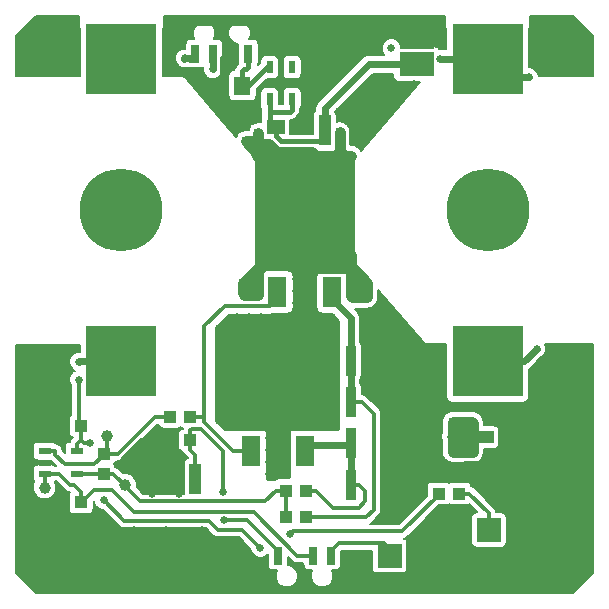
<source format=gtl>
G04 #@! TF.FileFunction,Copper,L1,Top,Signal*
%FSLAX45Y45*%
G04 Gerber Fmt 4.5, Leading zero omitted, Abs format (unit mm)*
G04 Created by KiCad (PCBNEW (2015-08-30 BZR 6134, Git 4e94d52)-product) date 2015-09-02 06:32:25*
%MOMM*%
G01*
G04 APERTURE LIST*
%ADD10C,0.100000*%
%ADD11R,1.500000X2.500000*%
%ADD12R,7.000000X7.000000*%
%ADD13R,0.700000X1.500000*%
%ADD14R,1.000000X0.800000*%
%ADD15R,1.050000X0.600000*%
%ADD16R,0.600000X1.050000*%
%ADD17R,2.000000X2.000000*%
%ADD18R,0.900000X2.500000*%
%ADD19R,3.000000X2.000000*%
%ADD20R,1.000000X1.100000*%
%ADD21R,1.100000X1.000000*%
%ADD22C,7.000000*%
%ADD23R,6.000000X6.000000*%
%ADD24R,1.500000X1.300000*%
%ADD25R,1.400000X1.650000*%
%ADD26C,1.000000*%
%ADD27R,1.000000X2.500000*%
%ADD28R,2.500000X1.000000*%
%ADD29C,4.200000*%
%ADD30C,0.650000*%
%ADD31C,0.850000*%
%ADD32C,0.604800*%
%ADD33C,0.600000*%
%ADD34C,0.300000*%
%ADD35C,0.400000*%
%ADD36C,0.900000*%
%ADD37C,0.152400*%
%ADD38C,0.254000*%
%ADD39C,0.200000*%
G04 APERTURE END LIST*
D10*
D11*
X12730000Y-12390000D03*
D12*
X12500000Y-11700000D03*
D11*
X12270000Y-12390000D03*
X12505000Y-13740000D03*
D12*
X12275000Y-13050000D03*
D11*
X12045000Y-13740000D03*
D13*
X11575000Y-10375000D03*
X11725000Y-10375000D03*
D14*
X11435000Y-10310000D03*
X11435000Y-10090000D03*
X12165000Y-10310000D03*
X12165000Y-10090000D03*
D13*
X12025000Y-10375000D03*
X12725000Y-14625000D03*
X12575000Y-14625000D03*
D14*
X12865000Y-14690000D03*
X12865000Y-14910000D03*
X12135000Y-14690000D03*
X12135000Y-14910000D03*
D13*
X12275000Y-14625000D03*
D15*
X10572500Y-13742500D03*
X10572500Y-13932500D03*
X10302500Y-13932500D03*
X10302500Y-13837500D03*
X10302500Y-13742500D03*
D16*
X12205000Y-10490000D03*
X12395000Y-10490000D03*
X12395000Y-10760000D03*
X12300000Y-10760000D03*
X12205000Y-10760000D03*
D17*
X14060000Y-14410000D03*
X14060000Y-14840000D03*
X13220000Y-14625000D03*
D18*
X12890000Y-13325000D03*
X13400000Y-13325000D03*
X12890000Y-12975000D03*
X13400000Y-12975000D03*
X12890000Y-13675000D03*
X13400000Y-13675000D03*
X12890000Y-14025000D03*
X13400000Y-14025000D03*
D19*
X13450000Y-10235000D03*
X13450000Y-10465000D03*
D20*
X10800000Y-13765000D03*
X10800000Y-13935000D03*
D21*
X10610000Y-13525000D03*
X10440000Y-13525000D03*
X12510000Y-14075000D03*
X12340000Y-14075000D03*
X11535000Y-13450000D03*
X11365000Y-13450000D03*
X10440000Y-14175000D03*
X10610000Y-14175000D03*
X12510000Y-14300000D03*
X12340000Y-14300000D03*
D22*
X14050000Y-11700000D03*
D23*
X14050000Y-10418000D03*
X14050000Y-12982000D03*
D22*
X10950000Y-11700000D03*
D23*
X10950000Y-12982000D03*
X10950000Y-10418000D03*
D21*
X11535000Y-13650000D03*
X11365000Y-13650000D03*
X13810000Y-14100000D03*
X13640000Y-14100000D03*
D24*
X12255000Y-11000000D03*
X12445000Y-11000000D03*
D25*
X11975000Y-10952500D03*
X11975000Y-10647500D03*
D26*
X10870000Y-14410000D03*
X13760000Y-13620000D03*
X14240000Y-13400000D03*
X10980000Y-14030000D03*
X10830000Y-13610000D03*
X10250000Y-13540000D03*
X10300000Y-14050000D03*
D27*
X11323000Y-13975000D03*
X11577000Y-13975000D03*
X12927000Y-11025000D03*
X12673000Y-11025000D03*
D28*
X13975000Y-13877000D03*
X13975000Y-13623000D03*
D29*
X10330000Y-14670000D03*
X10330000Y-10330000D03*
X14670000Y-10330000D03*
X14670000Y-14670000D03*
D30*
X13235000Y-10330000D03*
X13650000Y-10420000D03*
X14465000Y-12875000D03*
X14400000Y-10575000D03*
X10760000Y-11480000D03*
X10760000Y-11610000D03*
X10760000Y-11750001D03*
X10760000Y-11890000D03*
X13060000Y-10880000D03*
X11827628Y-10900417D03*
X11400000Y-14910000D03*
X11200000Y-14910000D03*
X10600000Y-14910000D03*
X10800000Y-14910000D03*
X11000000Y-14910000D03*
X11600000Y-14910000D03*
X11800000Y-14910000D03*
X12000000Y-14910000D03*
X14910000Y-12870000D03*
X14910000Y-13060000D03*
X14910000Y-13240000D03*
X14910000Y-13430000D03*
X14910000Y-13630000D03*
X14910000Y-13840000D03*
X14910000Y-14040000D03*
X14910000Y-14230000D03*
X14910000Y-14420000D03*
X14400000Y-14900000D03*
X14240000Y-14900000D03*
X13860000Y-14910000D03*
X13690000Y-14910000D03*
X13510000Y-14910000D03*
X13330000Y-14910000D03*
X13140000Y-14910000D03*
X11440000Y-14102259D03*
X11210000Y-14100000D03*
X10310000Y-14170000D03*
X10090000Y-12870000D03*
X10090000Y-13030000D03*
X10090000Y-13220000D03*
X10090000Y-13420000D03*
X10090000Y-13620000D03*
X10090000Y-13820000D03*
X10090000Y-14020000D03*
X10090000Y-14220000D03*
X10090000Y-14420000D03*
X13670000Y-10240000D03*
X13240000Y-10090000D03*
X13070000Y-10090000D03*
X12870000Y-10090000D03*
X12670000Y-10090000D03*
X12470000Y-10090000D03*
X12498499Y-10853606D03*
X11335000Y-10091088D03*
X12030000Y-14690000D03*
X12970000Y-14910000D03*
X12970000Y-14685000D03*
X14130000Y-11460000D03*
X14132826Y-11599191D03*
X14132826Y-11748556D03*
X14126264Y-11890415D03*
X12266098Y-10089068D03*
X11326833Y-10302258D03*
X11725000Y-10795000D03*
X12795000Y-10865000D03*
X10445000Y-13380000D03*
X14095000Y-13750000D03*
X14090000Y-14005000D03*
X13425000Y-10630000D03*
X13095000Y-10570000D03*
X13090000Y-10345000D03*
X12770000Y-10345000D03*
X12470000Y-10345000D03*
X12270000Y-10345000D03*
X11850000Y-10370000D03*
X10460000Y-12870000D03*
X10800000Y-14280000D03*
X11060000Y-14410000D03*
X11330000Y-14410000D03*
X11630000Y-14410000D03*
X11930000Y-14490000D03*
X13120000Y-14330000D03*
X13890000Y-14240000D03*
X13660000Y-14240000D03*
X13390000Y-14480000D03*
X13190000Y-14110000D03*
X13300000Y-14320000D03*
X14580000Y-12860000D03*
X14430000Y-13060000D03*
X14410000Y-13350000D03*
X14090000Y-13360000D03*
X10920000Y-13850000D03*
X10685000Y-13670000D03*
X10800001Y-14155000D03*
X12125000Y-14560000D03*
X12380000Y-14445000D03*
X10590000Y-13135000D03*
X11725000Y-10510000D03*
X10590000Y-12985000D03*
X11485000Y-10415000D03*
X11154038Y-10415000D03*
D31*
X12110000Y-11050000D03*
X12005331Y-11117243D03*
X12095132Y-11137767D03*
X12193851Y-11137039D03*
X12797417Y-11041567D03*
X12797417Y-11141422D03*
D32*
X12225709Y-12794091D03*
X12125709Y-12794091D03*
X12525709Y-12794091D03*
X12425709Y-12794091D03*
X12325709Y-12794091D03*
X12025709Y-12894091D03*
X12225709Y-13294091D03*
X12025709Y-13194091D03*
X12025709Y-13294091D03*
X12125709Y-13294091D03*
X12425709Y-13294091D03*
X12325709Y-13294091D03*
X12025709Y-13094091D03*
X12025709Y-12994091D03*
X12525709Y-13294091D03*
X12525709Y-13094091D03*
X12525709Y-13194091D03*
X12525709Y-12994091D03*
X12525709Y-12894091D03*
X12225709Y-12894091D03*
X12125709Y-12894091D03*
X12125709Y-13194091D03*
X12225709Y-13194091D03*
X12425709Y-13194091D03*
X12325709Y-13194091D03*
X12425709Y-13094091D03*
X12325709Y-13094091D03*
X12325709Y-12994091D03*
X12425709Y-12994091D03*
X12225709Y-13094091D03*
X12125709Y-13094091D03*
X12125709Y-12994091D03*
X12225709Y-12994091D03*
X12325709Y-12894091D03*
X12425709Y-12894091D03*
X12025709Y-12794091D03*
X12755709Y-11944091D03*
X12655709Y-11944091D03*
X12555709Y-11944091D03*
X12455709Y-11944091D03*
X12355709Y-11944091D03*
X12255709Y-11944091D03*
X12755709Y-11844091D03*
X12655709Y-11844091D03*
X12555709Y-11844091D03*
X12455709Y-11844091D03*
X12355709Y-11844091D03*
X12255709Y-11844091D03*
X12755709Y-11744091D03*
X12655709Y-11744091D03*
X12555709Y-11744091D03*
X12455709Y-11744091D03*
X12355709Y-11744091D03*
X12255709Y-11744091D03*
X12755709Y-11644091D03*
X12655709Y-11644091D03*
X12555709Y-11644091D03*
X12455709Y-11644091D03*
X12355709Y-11644091D03*
X12255709Y-11644091D03*
X12755709Y-11544091D03*
X12655709Y-11544091D03*
X12555709Y-11544091D03*
X12455709Y-11544091D03*
X12355709Y-11544091D03*
X12255709Y-11544091D03*
X12755709Y-11444091D03*
X12655709Y-11444091D03*
X12555709Y-11444091D03*
X12455709Y-11444091D03*
X12355709Y-11444091D03*
X12255709Y-11444091D03*
D31*
X12897417Y-11242733D03*
X12436978Y-12487974D03*
X12436978Y-12387974D03*
X12547784Y-12487000D03*
X12547784Y-12387000D03*
X12547784Y-12287000D03*
X12436978Y-12287974D03*
X12797417Y-11242733D03*
X12697417Y-11242733D03*
X12597417Y-11242733D03*
X12497417Y-11242733D03*
X12397417Y-11242733D03*
X12297417Y-11242733D03*
X12197417Y-11242733D03*
X12097417Y-11242733D03*
X12322784Y-13932000D03*
X12322784Y-13832000D03*
X12322784Y-13732000D03*
X12211978Y-13932974D03*
X12211978Y-13832974D03*
X12211978Y-13732974D03*
X12211978Y-13632974D03*
X12322784Y-13632000D03*
X11828052Y-13510375D03*
X11828052Y-13410375D03*
X11828052Y-13310375D03*
X11828052Y-13210375D03*
X11828052Y-13110375D03*
X11828052Y-13010375D03*
X11828052Y-12910375D03*
X11828052Y-12810375D03*
X11828052Y-12710375D03*
X12728052Y-13510375D03*
X12728052Y-13410375D03*
X12728052Y-13310375D03*
X12728052Y-13210375D03*
X12728052Y-13110375D03*
X12728052Y-13010375D03*
X12728052Y-12910375D03*
X12728052Y-12810375D03*
X12728052Y-12710375D03*
X12728052Y-12610375D03*
X12628052Y-12610375D03*
X12528052Y-12610375D03*
X12428052Y-12610375D03*
X12328052Y-12610375D03*
X12228052Y-12610375D03*
X12128052Y-12610375D03*
X12028052Y-12610375D03*
X11928052Y-12610375D03*
X13756389Y-13745813D03*
X13758771Y-13493948D03*
X13758771Y-13619606D03*
X13919919Y-13494926D03*
X13925094Y-13749913D03*
X12900000Y-12440000D03*
X13030000Y-12440000D03*
X13020000Y-12310000D03*
X12890000Y-12320000D03*
X11980000Y-12320000D03*
X11990000Y-12420000D03*
X12110000Y-12420000D03*
X12110000Y-12310000D03*
D30*
X11810000Y-14085000D03*
X11815000Y-14325000D03*
D33*
X12730000Y-12390000D02*
X12730000Y-12450000D01*
X12730000Y-12450000D02*
X12890000Y-12610000D01*
X12890000Y-12610000D02*
X12890000Y-12860000D01*
D34*
X13025000Y-14300000D02*
X13085000Y-14240000D01*
X13085000Y-14240000D02*
X13085000Y-13425000D01*
X12741430Y-14300000D02*
X12825000Y-14300000D01*
X12510000Y-14300000D02*
X12741430Y-14300000D01*
X12741430Y-14300000D02*
X13025000Y-14300000D01*
D33*
X12890000Y-12815000D02*
X12890000Y-12975000D01*
D34*
X13085000Y-13425000D02*
X12985000Y-13325000D01*
X12985000Y-13325000D02*
X12890000Y-13325000D01*
D33*
X12890000Y-12975000D02*
X12890000Y-13325000D01*
D34*
X12045000Y-13740000D02*
X11895000Y-13740000D01*
X11895000Y-13740000D02*
X11650000Y-13495000D01*
X11650000Y-13495000D02*
X11650000Y-13450000D01*
X11650000Y-13450000D02*
X11535000Y-13450000D01*
X11650000Y-12685000D02*
X11650000Y-13450000D01*
X11825000Y-12510000D02*
X11650000Y-12685000D01*
X12210000Y-12510000D02*
X11825000Y-12510000D01*
X12270000Y-12450000D02*
X12210000Y-12510000D01*
X12270000Y-12390000D02*
X12270000Y-12450000D01*
D33*
X12885000Y-13690000D02*
X12555000Y-13690000D01*
X12555000Y-13690000D02*
X12505000Y-13740000D01*
D34*
X12510000Y-14075000D02*
X12595000Y-14075000D01*
X12595000Y-14075000D02*
X12740000Y-14220000D01*
X12965000Y-14025000D02*
X12890000Y-14025000D01*
X12740000Y-14220000D02*
X12960000Y-14220000D01*
X12960000Y-14220000D02*
X13015000Y-14165000D01*
X13015000Y-14165000D02*
X13015000Y-14075000D01*
X13015000Y-14075000D02*
X12965000Y-14025000D01*
D33*
X12890000Y-13675000D02*
X12890000Y-14025000D01*
X14050000Y-10418000D02*
X13652000Y-10418000D01*
X13652000Y-10418000D02*
X13650000Y-10420000D01*
X14358000Y-12982000D02*
X14465000Y-12875000D01*
X14050000Y-12982000D02*
X14358000Y-12982000D01*
X14207000Y-10575000D02*
X14050000Y-10418000D01*
X14400000Y-10575000D02*
X14207000Y-10575000D01*
X10775000Y-11875000D02*
X10950000Y-11700000D01*
X10760000Y-11480000D02*
X10760000Y-11610000D01*
X10760000Y-11750001D02*
X10760000Y-11890000D01*
X10950000Y-11700000D02*
X10950000Y-11700000D01*
X10950000Y-11700000D02*
X10792500Y-11857500D01*
X10792500Y-11857500D02*
X10760000Y-11890000D01*
D34*
X12927000Y-11025000D02*
X12927000Y-11013000D01*
X12927000Y-11013000D02*
X13060000Y-10880000D01*
X11975000Y-10952500D02*
X11902500Y-10952500D01*
X11902500Y-10952500D02*
X11820000Y-10870000D01*
X11400000Y-14910000D02*
X11400000Y-14910000D01*
X11200000Y-14910000D02*
X11400000Y-14910000D01*
X11000000Y-14910000D02*
X10800000Y-14910000D01*
X11800000Y-14910000D02*
X11600000Y-14910000D01*
X12135000Y-14910000D02*
X12000000Y-14910000D01*
X14910000Y-13240000D02*
X14910000Y-13060000D01*
X14910000Y-13630000D02*
X14910000Y-13430000D01*
X14910000Y-14040000D02*
X14910000Y-13840000D01*
X14910000Y-14420000D02*
X14910000Y-14230000D01*
X14060000Y-14840000D02*
X14180000Y-14840000D01*
X14180000Y-14840000D02*
X14240000Y-14900000D01*
X13860000Y-14910000D02*
X13990000Y-14910000D01*
X13990000Y-14910000D02*
X14060000Y-14840000D01*
X13510000Y-14910000D02*
X13690000Y-14910000D01*
X13140000Y-14910000D02*
X13330000Y-14910000D01*
X11323000Y-13975000D02*
X11323000Y-13985259D01*
X11323000Y-13985259D02*
X11440000Y-14102259D01*
X11323000Y-13975000D02*
X11323000Y-13987000D01*
X11323000Y-13987000D02*
X11210000Y-14100000D01*
X10440000Y-14175000D02*
X10315000Y-14175000D01*
X10315000Y-14175000D02*
X10310000Y-14170000D01*
X10090000Y-13030000D02*
X10090000Y-12870000D01*
X10090000Y-13420000D02*
X10090000Y-13220000D01*
X10090000Y-13820000D02*
X10090000Y-13620000D01*
X10090000Y-14220000D02*
X10090000Y-14020000D01*
X10330000Y-14670000D02*
X10090000Y-14430000D01*
X10090000Y-14430000D02*
X10090000Y-14420000D01*
X13070000Y-10090000D02*
X13240000Y-10090000D01*
X12670000Y-10090000D02*
X12870000Y-10090000D01*
X12266098Y-10089068D02*
X12469068Y-10089068D01*
X12469068Y-10089068D02*
X12470000Y-10090000D01*
X10440000Y-14175000D02*
X10395000Y-14175000D01*
X12445000Y-11000000D02*
X12445000Y-10907105D01*
X12445000Y-10907105D02*
X12498499Y-10853606D01*
X11350000Y-10090000D02*
X11335000Y-10105000D01*
X11435000Y-10090000D02*
X11350000Y-10090000D01*
X12135000Y-14690000D02*
X12030000Y-14690000D01*
X12865000Y-14910000D02*
X12970000Y-14910000D01*
X12965000Y-14690000D02*
X12970000Y-14685000D01*
X12865000Y-14690000D02*
X12965000Y-14690000D01*
X12265000Y-10090000D02*
X12270000Y-10095000D01*
X12165000Y-10090000D02*
X12265000Y-10090000D01*
X12265000Y-10310000D02*
X12270000Y-10305000D01*
X12165000Y-10310000D02*
X12265000Y-10310000D01*
X14050000Y-11540000D02*
X14130000Y-11460000D01*
X14050000Y-11700000D02*
X14050000Y-11540000D01*
X14084270Y-11700000D02*
X14132826Y-11748556D01*
X14050000Y-11700000D02*
X14084270Y-11700000D01*
X14132826Y-11462826D02*
X14130000Y-11460000D01*
X14132826Y-11599191D02*
X14132826Y-11462826D01*
X14126264Y-11755118D02*
X14132826Y-11748556D01*
X14126264Y-11890415D02*
X14126264Y-11755118D01*
X11334575Y-10310000D02*
X11326833Y-10302258D01*
X11435000Y-10310000D02*
X11334575Y-10310000D01*
D33*
X11827628Y-10897629D02*
X11725000Y-10795000D01*
X11827628Y-10900417D02*
X11827628Y-10897629D01*
X12927000Y-10997000D02*
X12795000Y-10865000D01*
X12927000Y-11025000D02*
X12927000Y-10997000D01*
X10440000Y-13385000D02*
X10445000Y-13380000D01*
X10440000Y-13525000D02*
X10440000Y-13385000D01*
X13975000Y-13870000D02*
X14095000Y-13750000D01*
X13975000Y-13877000D02*
X13975000Y-13870000D01*
X14090000Y-13992000D02*
X13975000Y-13877000D01*
X14090000Y-14005000D02*
X14090000Y-13992000D01*
X13175000Y-10880000D02*
X13425000Y-10630000D01*
X13060000Y-10880000D02*
X13175000Y-10880000D01*
X13090000Y-10345000D02*
X12770000Y-10345000D01*
X12470000Y-10345000D02*
X12270000Y-10345000D01*
X11725000Y-10795000D02*
X11810000Y-10710000D01*
X11810000Y-10410000D02*
X11850000Y-10370000D01*
X11810000Y-10710000D02*
X11810000Y-10410000D01*
X11335000Y-10091088D02*
X11501088Y-10091088D01*
X11519760Y-10109760D02*
X12069760Y-10109760D01*
X11501088Y-10091088D02*
X11519760Y-10109760D01*
X10090000Y-12870000D02*
X10460000Y-12870000D01*
X10310000Y-14170000D02*
X10440000Y-14300000D01*
X10780000Y-14300000D02*
X10800000Y-14280000D01*
X10440000Y-14300000D02*
X10780000Y-14300000D01*
D34*
X10930000Y-14410000D02*
X11060000Y-14410000D01*
X10800000Y-14280000D02*
X10930000Y-14410000D01*
X11330000Y-14410000D02*
X11630000Y-14410000D01*
X13175000Y-14330000D02*
X13120000Y-14330000D01*
X13400000Y-14105000D02*
X13175000Y-14330000D01*
X13400000Y-14025000D02*
X13400000Y-14105000D01*
X13860000Y-14270000D02*
X13890000Y-14240000D01*
X13860000Y-14910000D02*
X13860000Y-14270000D01*
X13420000Y-14480000D02*
X13390000Y-14480000D01*
X13660000Y-14240000D02*
X13420000Y-14480000D01*
X13190000Y-14210000D02*
X13300000Y-14320000D01*
X13190000Y-14110000D02*
X13190000Y-14210000D01*
X14590000Y-12870000D02*
X14580000Y-12860000D01*
X14910000Y-12870000D02*
X14590000Y-12870000D01*
X14430000Y-13330000D02*
X14410000Y-13350000D01*
X14430000Y-13060000D02*
X14430000Y-13330000D01*
X11120000Y-13650000D02*
X10920000Y-13850000D01*
X11365000Y-13650000D02*
X11120000Y-13650000D01*
X10610000Y-14175000D02*
X10615000Y-14175000D01*
X10615000Y-14175000D02*
X10720000Y-14070000D01*
X10720000Y-14070000D02*
X10872855Y-14070000D01*
X10872855Y-14070000D02*
X11057855Y-14255000D01*
X11057855Y-14255000D02*
X12069432Y-14255000D01*
X12069432Y-14255000D02*
X12439432Y-14625000D01*
X12439432Y-14625000D02*
X12510000Y-14625000D01*
X12510000Y-14625000D02*
X12575000Y-14625000D01*
X10610000Y-14085000D02*
X10610000Y-14175000D01*
X10550000Y-14025000D02*
X10610000Y-14085000D01*
X10515000Y-14025000D02*
X10550000Y-14025000D01*
X10422500Y-13932500D02*
X10515000Y-14025000D01*
X10302500Y-13932500D02*
X10422500Y-13932500D01*
X10300000Y-13935000D02*
X10302500Y-13932500D01*
X10300000Y-14050000D02*
X10300000Y-13935000D01*
X10639038Y-13670000D02*
X10685000Y-13670000D01*
X10635000Y-13670000D02*
X10639038Y-13670000D01*
X10610000Y-13645000D02*
X10635000Y-13670000D01*
X10610000Y-13645000D02*
X10610000Y-13525000D01*
X10572500Y-13742500D02*
X10572500Y-13682500D01*
X10572500Y-13682500D02*
X10610000Y-13645000D01*
X10590000Y-13505000D02*
X10610000Y-13525000D01*
X10590000Y-13135000D02*
X10590000Y-13505000D01*
D33*
X11725000Y-10375000D02*
X11725000Y-10510000D01*
X11725000Y-10510000D02*
X11725000Y-10510000D01*
D34*
X11970000Y-14405000D02*
X12125000Y-14560000D01*
X11764959Y-14405000D02*
X11970000Y-14405000D01*
X11689959Y-14330000D02*
X11764959Y-14405000D01*
X10975001Y-14330000D02*
X11689959Y-14330000D01*
X10800001Y-14155000D02*
X10975001Y-14330000D01*
X12405000Y-14420000D02*
X12380000Y-14445000D01*
X13330000Y-14420000D02*
X12405000Y-14420000D01*
X13640000Y-14110000D02*
X13330000Y-14420000D01*
X13640000Y-14100000D02*
X13640000Y-14110000D01*
X13170000Y-14520000D02*
X13220000Y-14570000D01*
X12790000Y-14520000D02*
X13170000Y-14520000D01*
X13220000Y-14570000D02*
X13220000Y-14625000D01*
X12725000Y-14585000D02*
X12790000Y-14520000D01*
X12725000Y-14625000D02*
X12725000Y-14585000D01*
X11365000Y-13450000D02*
X11235000Y-13450000D01*
X10920000Y-13765000D02*
X10800000Y-13765000D01*
X11235000Y-13450000D02*
X10920000Y-13765000D01*
X10305000Y-13740000D02*
X10302500Y-13742500D01*
X10390000Y-13740000D02*
X10305000Y-13740000D01*
X10390000Y-13770000D02*
X10390000Y-13740000D01*
X10470000Y-13850000D02*
X10390000Y-13770000D01*
X10720000Y-13850000D02*
X10470000Y-13850000D01*
X10800000Y-13770000D02*
X10720000Y-13850000D01*
X10800000Y-13765000D02*
X10800000Y-13770000D01*
X10830000Y-13735000D02*
X10800000Y-13765000D01*
X10830000Y-13610000D02*
X10830000Y-13735000D01*
X10572500Y-13932500D02*
X10797500Y-13932500D01*
X10797500Y-13932500D02*
X10800000Y-13935000D01*
X12340000Y-14300000D02*
X12340000Y-14075000D01*
X12340000Y-14075000D02*
X12255000Y-14075000D01*
X10880000Y-13935000D02*
X10800000Y-13935000D01*
X12255000Y-14075000D02*
X12165000Y-14165000D01*
X12052287Y-14165000D02*
X11110000Y-14165000D01*
X12165000Y-14165000D02*
X12052287Y-14165000D01*
X10925000Y-13980000D02*
X10906758Y-13961758D01*
X10930000Y-13980000D02*
X10925000Y-13980000D01*
X10980000Y-14030000D02*
X10930000Y-13980000D01*
X10906758Y-13961758D02*
X10880000Y-13935000D01*
X11110000Y-14165000D02*
X10906758Y-13961758D01*
D35*
X12673000Y-11025000D02*
X12673000Y-11100000D01*
X12673000Y-11100000D02*
X12658000Y-11115000D01*
X12658000Y-11115000D02*
X12300000Y-11115000D01*
X12300000Y-11115000D02*
X12255000Y-11070000D01*
X12255000Y-11070000D02*
X12255000Y-11000000D01*
D33*
X12673000Y-11025000D02*
X12673000Y-10840000D01*
X12673000Y-10840000D02*
X13048000Y-10465000D01*
X13048000Y-10465000D02*
X13240000Y-10465000D01*
X13240000Y-10465000D02*
X13450000Y-10465000D01*
D35*
X12205000Y-10950000D02*
X12205000Y-10870921D01*
X12205000Y-10870921D02*
X12205000Y-10760000D01*
X12395000Y-10760000D02*
X12395000Y-10852500D01*
X12395000Y-10852500D02*
X12376579Y-10870921D01*
X12376579Y-10870921D02*
X12205000Y-10870921D01*
X12255000Y-11000000D02*
X12205000Y-10950000D01*
X12205000Y-10490000D02*
X12185000Y-10490000D01*
X12185000Y-10490000D02*
X12025000Y-10650000D01*
X12025000Y-10650000D02*
X11977500Y-10650000D01*
X11977500Y-10650000D02*
X11975000Y-10647500D01*
X11990931Y-10509069D02*
X11975000Y-10525000D01*
X11990931Y-10509069D02*
X12005931Y-10509069D01*
X12005931Y-10509069D02*
X12025000Y-10490000D01*
X12025000Y-10490000D02*
X12025000Y-10375000D01*
X11975000Y-10525000D02*
X11975000Y-10647500D01*
D33*
X10593000Y-12982000D02*
X10590000Y-12985000D01*
X10950000Y-12982000D02*
X10593000Y-12982000D01*
X11532000Y-10418000D02*
X11575000Y-10375000D01*
X11482000Y-10418000D02*
X11485000Y-10415000D01*
X11530962Y-10415000D02*
X11485000Y-10415000D01*
X11532000Y-10416038D02*
X11530962Y-10415000D01*
X11532000Y-10418000D02*
X11532000Y-10416038D01*
X11154038Y-10415000D02*
X11151038Y-10418000D01*
X11151038Y-10418000D02*
X10950000Y-10418000D01*
D36*
X12005331Y-11117243D02*
X12074608Y-11117243D01*
X12074608Y-11117243D02*
X12095132Y-11137767D01*
X12095132Y-11137767D02*
X12110000Y-11122899D01*
X12110000Y-11122899D02*
X12110000Y-11120000D01*
X12110000Y-11120000D02*
X12110000Y-11120000D01*
X12110000Y-11120000D02*
X12110000Y-11050000D01*
X12110000Y-11110104D02*
X12110000Y-11050000D01*
X12110000Y-11113292D02*
X12110000Y-11110104D01*
X12133747Y-11137039D02*
X12110000Y-11113292D01*
X12193851Y-11137039D02*
X12133747Y-11137039D01*
X12193851Y-11137039D02*
X12267053Y-11210241D01*
X12267053Y-11210241D02*
X12564924Y-11210241D01*
X12564924Y-11210241D02*
X12597417Y-11242733D01*
X12193851Y-11137039D02*
X12193851Y-11139168D01*
X12193851Y-11139168D02*
X12297417Y-11242733D01*
X12005331Y-11117243D02*
X12085000Y-11196912D01*
X12085000Y-11196912D02*
X12085000Y-11211786D01*
X12085000Y-11211786D02*
X12097417Y-11199369D01*
X12097417Y-11242733D02*
X12097417Y-11199369D01*
X12097417Y-11199369D02*
X12097417Y-11140052D01*
X12197417Y-11242733D02*
X12197417Y-11240052D01*
X12197417Y-11240052D02*
X12095132Y-11137767D01*
X12197417Y-11242733D02*
X12197417Y-11140605D01*
X12197417Y-11140605D02*
X12193851Y-11137039D01*
X12197417Y-11242733D02*
X12197417Y-11160895D01*
X12197417Y-11160895D02*
X12183706Y-11147184D01*
X12097417Y-11140052D02*
X12095132Y-11137767D01*
X12797417Y-11141422D02*
X12797417Y-11041567D01*
X12797417Y-11242733D02*
X12797417Y-11141422D01*
X13758771Y-13619606D02*
X13758771Y-13743431D01*
X13758771Y-13743431D02*
X13756389Y-13745813D01*
X13758771Y-13619606D02*
X13971606Y-13619606D01*
X13971606Y-13619606D02*
X13975000Y-13623000D01*
X13835827Y-13745813D02*
X13920993Y-13745813D01*
X13756389Y-13745813D02*
X13835827Y-13745813D01*
X13758771Y-13493948D02*
X13837315Y-13493948D01*
X13837315Y-13493948D02*
X13918941Y-13493948D01*
X13835827Y-13745813D02*
X13835827Y-13495436D01*
X13835827Y-13495436D02*
X13837315Y-13493948D01*
X13758771Y-13493948D02*
X13758771Y-13743431D01*
X13918941Y-13493948D02*
X13919919Y-13494926D01*
X13925094Y-13749913D02*
X13925094Y-13500101D01*
X13925094Y-13500101D02*
X13919919Y-13494926D01*
X13920993Y-13745813D02*
X13925094Y-13749913D01*
X12547784Y-12287000D02*
X12547784Y-12226896D01*
X12547784Y-12226896D02*
X12584680Y-12190000D01*
X12890000Y-12078382D02*
X12755709Y-11944091D01*
X12584680Y-12190000D02*
X12890000Y-12190000D01*
X12890000Y-12180000D02*
X12890000Y-12078382D01*
X12890000Y-12190000D02*
X12890000Y-12180000D01*
X12097417Y-11242733D02*
X12897417Y-11242733D01*
D37*
X12555709Y-11744091D02*
X12655709Y-11744091D01*
X12555709Y-11744091D02*
X12544091Y-11744091D01*
X12544091Y-11744091D02*
X12500000Y-11700000D01*
X12455709Y-11744091D02*
X12555709Y-11744091D01*
X12455709Y-11644091D02*
X12455709Y-11655709D01*
X12455709Y-11655709D02*
X12500000Y-11700000D01*
X12455709Y-11644091D02*
X12555709Y-11644091D01*
X12555709Y-11744091D02*
X12655709Y-11644091D01*
X12455709Y-11844091D02*
X12455709Y-11744091D01*
X12355709Y-11744091D02*
X12355709Y-11844091D01*
X12355709Y-11944091D02*
X12355709Y-11844091D01*
X12255709Y-11844091D02*
X12255709Y-11944091D01*
X12255709Y-11644091D02*
X12255709Y-11844091D01*
X12255709Y-11644091D02*
X12255709Y-11744091D01*
X12355709Y-11644091D02*
X12355709Y-11744091D01*
X12355709Y-11744091D02*
X12255709Y-11844091D01*
X12255709Y-11544091D02*
X12355709Y-11644091D01*
X12355709Y-11544091D02*
X12255709Y-11544091D01*
X12455709Y-11544091D02*
X12355709Y-11544091D01*
X12555709Y-11544091D02*
X12455709Y-11544091D01*
X12455709Y-11544091D02*
X12355709Y-11644091D01*
X12655709Y-11544091D02*
X12555709Y-11544091D01*
X12755709Y-11544091D02*
X12655709Y-11544091D01*
X12755709Y-11444091D02*
X12755709Y-11544091D01*
X12755709Y-11444091D02*
X12655709Y-11444091D01*
X12555709Y-11444091D02*
X12655709Y-11444091D01*
X12455709Y-11444091D02*
X12555709Y-11444091D01*
X12355709Y-11444091D02*
X12455709Y-11444091D01*
X12255709Y-11444091D02*
X12355709Y-11444091D01*
D36*
X13030000Y-12440000D02*
X12900000Y-12440000D01*
X12900000Y-12310000D02*
X13020000Y-12310000D01*
X12890000Y-12320000D02*
X12900000Y-12310000D01*
X12870000Y-12180000D02*
X12890000Y-12180000D01*
X12870000Y-12160000D02*
X12870000Y-12180000D01*
X12900000Y-12190000D02*
X12870000Y-12160000D01*
X13000000Y-12290000D02*
X12900000Y-12190000D01*
X13020000Y-12310000D02*
X13000000Y-12290000D01*
X12900000Y-12180000D02*
X12900000Y-12190000D01*
X12890000Y-12190000D02*
X12900000Y-12180000D01*
X12890000Y-12150000D02*
X12890000Y-12190000D01*
X12890000Y-12320000D02*
X12890000Y-12150000D01*
X12870000Y-12150000D02*
X12890000Y-12150000D01*
X13000000Y-12280000D02*
X12870000Y-12150000D01*
X13000000Y-12290000D02*
X13000000Y-12280000D01*
X11980000Y-12320000D02*
X12210000Y-12090000D01*
X12110000Y-12420000D02*
X11990000Y-12420000D01*
X12110000Y-12220000D02*
X12110000Y-12310000D01*
X12500000Y-11830000D02*
X12110000Y-12220000D01*
X12500000Y-11700000D02*
X12500000Y-11830000D01*
X13030000Y-12320000D02*
X13020000Y-12310000D01*
X13030000Y-12440000D02*
X13030000Y-12320000D01*
X12890000Y-12430000D02*
X12900000Y-12440000D01*
X12890000Y-12320000D02*
X12890000Y-12430000D01*
X12900000Y-12430000D02*
X13020000Y-12310000D01*
X12900000Y-12440000D02*
X12900000Y-12430000D01*
X12110000Y-12310000D02*
X12110000Y-12414759D01*
X11980000Y-12404759D02*
X11990000Y-12414759D01*
X11980000Y-12320000D02*
X11980000Y-12404759D01*
X12005241Y-12414759D02*
X11990000Y-12414759D01*
X12110000Y-12310000D02*
X12005241Y-12414759D01*
D34*
X11810000Y-14085000D02*
X11810000Y-13740000D01*
X11810000Y-13740000D02*
X11620000Y-13550000D01*
X11620000Y-13550000D02*
X11550000Y-13550000D01*
X11550000Y-13550000D02*
X11535000Y-13565000D01*
X11535000Y-13565000D02*
X11535000Y-13650000D01*
X12015000Y-14325000D02*
X11860962Y-14325000D01*
X12275000Y-14585000D02*
X12015000Y-14325000D01*
X12275000Y-14625000D02*
X12275000Y-14585000D01*
X11860962Y-14325000D02*
X11815000Y-14325000D01*
X11577000Y-13772000D02*
X11577000Y-13975000D01*
X11535000Y-13730000D02*
X11577000Y-13772000D01*
X11535000Y-13650000D02*
X11535000Y-13730000D01*
X14060000Y-14280000D02*
X14060000Y-14410000D01*
X14060000Y-14265000D02*
X14060000Y-14280000D01*
X13895000Y-14100000D02*
X14060000Y-14265000D01*
X13810000Y-14100000D02*
X13895000Y-14100000D01*
D38*
G36*
X12907300Y-12197300D02*
X12800000Y-12197300D01*
X12795140Y-12198267D01*
X12792163Y-12200256D01*
X12655000Y-12200256D01*
X12630788Y-12204954D01*
X12609507Y-12218933D01*
X12595262Y-12240036D01*
X12590256Y-12265000D01*
X12590256Y-12515000D01*
X12594954Y-12539212D01*
X12608933Y-12560493D01*
X12630036Y-12574738D01*
X12655000Y-12579744D01*
X12727515Y-12579744D01*
X12787300Y-12639529D01*
X12787300Y-12822017D01*
X12785262Y-12825036D01*
X12780256Y-12850000D01*
X12780256Y-13100000D01*
X12784954Y-13124212D01*
X12787300Y-13127784D01*
X12787300Y-13172017D01*
X12785262Y-13175036D01*
X12780256Y-13200000D01*
X12780256Y-13450000D01*
X12784954Y-13474212D01*
X12787300Y-13477784D01*
X12787300Y-13522017D01*
X12785262Y-13525036D01*
X12780256Y-13550000D01*
X12780256Y-13557300D01*
X12607983Y-13557300D01*
X12604964Y-13555262D01*
X12580000Y-13550256D01*
X12430000Y-13550256D01*
X12405788Y-13554954D01*
X12402216Y-13557300D01*
X12380000Y-13557300D01*
X12375140Y-13558267D01*
X12371020Y-13561020D01*
X12368267Y-13565140D01*
X12367300Y-13570000D01*
X12367300Y-13604807D01*
X12365256Y-13615000D01*
X12365256Y-13865000D01*
X12367300Y-13875535D01*
X12367300Y-13960256D01*
X12285000Y-13960256D01*
X12260788Y-13964954D01*
X12241993Y-13977300D01*
X12182700Y-13977300D01*
X12182700Y-13875192D01*
X12184744Y-13865000D01*
X12184744Y-13615000D01*
X12182700Y-13604465D01*
X12182700Y-13570000D01*
X12181733Y-13565140D01*
X12178980Y-13561020D01*
X12174860Y-13558267D01*
X12170000Y-13557300D01*
X12147983Y-13557300D01*
X12144964Y-13555262D01*
X12120000Y-13550256D01*
X11970000Y-13550256D01*
X11945788Y-13554954D01*
X11942216Y-13557300D01*
X11823316Y-13557300D01*
X11752700Y-13486684D01*
X11752700Y-12693316D01*
X11857516Y-12588500D01*
X12210000Y-12588500D01*
X12240041Y-12582524D01*
X12240041Y-12582524D01*
X12244202Y-12579744D01*
X12244202Y-12579744D01*
X12345000Y-12579744D01*
X12369212Y-12575046D01*
X12390493Y-12561067D01*
X12404738Y-12539964D01*
X12409744Y-12515000D01*
X12409744Y-12265000D01*
X12405046Y-12240788D01*
X12391067Y-12219507D01*
X12369964Y-12205262D01*
X12345000Y-12200256D01*
X12217837Y-12200256D01*
X12214860Y-12198267D01*
X12210000Y-12197300D01*
X12092700Y-12197300D01*
X12092700Y-11202700D01*
X12276395Y-11202700D01*
X12276395Y-11202700D01*
X12283046Y-11207144D01*
X12283046Y-11207144D01*
X12315000Y-11213500D01*
X12616797Y-11213500D01*
X12623000Y-11214744D01*
X12723000Y-11214744D01*
X12747212Y-11210046D01*
X12758396Y-11202700D01*
X12841610Y-11202700D01*
X12852036Y-11209738D01*
X12877000Y-11214744D01*
X12907300Y-11214744D01*
X12907300Y-12197300D01*
X12907300Y-12197300D01*
G37*
X12907300Y-12197300D02*
X12800000Y-12197300D01*
X12795140Y-12198267D01*
X12792163Y-12200256D01*
X12655000Y-12200256D01*
X12630788Y-12204954D01*
X12609507Y-12218933D01*
X12595262Y-12240036D01*
X12590256Y-12265000D01*
X12590256Y-12515000D01*
X12594954Y-12539212D01*
X12608933Y-12560493D01*
X12630036Y-12574738D01*
X12655000Y-12579744D01*
X12727515Y-12579744D01*
X12787300Y-12639529D01*
X12787300Y-12822017D01*
X12785262Y-12825036D01*
X12780256Y-12850000D01*
X12780256Y-13100000D01*
X12784954Y-13124212D01*
X12787300Y-13127784D01*
X12787300Y-13172017D01*
X12785262Y-13175036D01*
X12780256Y-13200000D01*
X12780256Y-13450000D01*
X12784954Y-13474212D01*
X12787300Y-13477784D01*
X12787300Y-13522017D01*
X12785262Y-13525036D01*
X12780256Y-13550000D01*
X12780256Y-13557300D01*
X12607983Y-13557300D01*
X12604964Y-13555262D01*
X12580000Y-13550256D01*
X12430000Y-13550256D01*
X12405788Y-13554954D01*
X12402216Y-13557300D01*
X12380000Y-13557300D01*
X12375140Y-13558267D01*
X12371020Y-13561020D01*
X12368267Y-13565140D01*
X12367300Y-13570000D01*
X12367300Y-13604807D01*
X12365256Y-13615000D01*
X12365256Y-13865000D01*
X12367300Y-13875535D01*
X12367300Y-13960256D01*
X12285000Y-13960256D01*
X12260788Y-13964954D01*
X12241993Y-13977300D01*
X12182700Y-13977300D01*
X12182700Y-13875192D01*
X12184744Y-13865000D01*
X12184744Y-13615000D01*
X12182700Y-13604465D01*
X12182700Y-13570000D01*
X12181733Y-13565140D01*
X12178980Y-13561020D01*
X12174860Y-13558267D01*
X12170000Y-13557300D01*
X12147983Y-13557300D01*
X12144964Y-13555262D01*
X12120000Y-13550256D01*
X11970000Y-13550256D01*
X11945788Y-13554954D01*
X11942216Y-13557300D01*
X11823316Y-13557300D01*
X11752700Y-13486684D01*
X11752700Y-12693316D01*
X11857516Y-12588500D01*
X12210000Y-12588500D01*
X12240041Y-12582524D01*
X12240041Y-12582524D01*
X12244202Y-12579744D01*
X12244202Y-12579744D01*
X12345000Y-12579744D01*
X12369212Y-12575046D01*
X12390493Y-12561067D01*
X12404738Y-12539964D01*
X12409744Y-12515000D01*
X12409744Y-12265000D01*
X12405046Y-12240788D01*
X12391067Y-12219507D01*
X12369964Y-12205262D01*
X12345000Y-12200256D01*
X12217837Y-12200256D01*
X12214860Y-12198267D01*
X12210000Y-12197300D01*
X12092700Y-12197300D01*
X12092700Y-11202700D01*
X12276395Y-11202700D01*
X12276395Y-11202700D01*
X12283046Y-11207144D01*
X12283046Y-11207144D01*
X12315000Y-11213500D01*
X12616797Y-11213500D01*
X12623000Y-11214744D01*
X12723000Y-11214744D01*
X12747212Y-11210046D01*
X12758396Y-11202700D01*
X12841610Y-11202700D01*
X12852036Y-11209738D01*
X12877000Y-11214744D01*
X12907300Y-11214744D01*
X12907300Y-12197300D01*
D39*
G36*
X10599020Y-10568744D02*
X10055000Y-10568744D01*
X10055000Y-10222782D01*
X10222782Y-10055000D01*
X10590000Y-10055000D01*
X10590000Y-10150000D01*
X10590761Y-10153827D01*
X10592929Y-10157071D01*
X10596173Y-10159239D01*
X10599020Y-10159805D01*
X10599020Y-10568744D01*
X10599020Y-10568744D01*
G37*
X10599020Y-10568744D02*
X10055000Y-10568744D01*
X10055000Y-10222782D01*
X10222782Y-10055000D01*
X10590000Y-10055000D01*
X10590000Y-10150000D01*
X10590761Y-10153827D01*
X10592929Y-10157071D01*
X10596173Y-10159239D01*
X10599020Y-10159805D01*
X10599020Y-10568744D01*
G36*
X11512000Y-13801931D02*
X11507935Y-13802719D01*
X11491179Y-13813726D01*
X11479962Y-13830343D01*
X11476020Y-13850000D01*
X11476020Y-14100000D01*
X11136924Y-14100000D01*
X11079989Y-14043065D01*
X11080017Y-14010196D01*
X11064825Y-13973429D01*
X11036719Y-13945274D01*
X10999979Y-13930017D01*
X10969905Y-13929991D01*
X10960894Y-13923970D01*
X10960893Y-13923970D01*
X10960893Y-13923969D01*
X10952720Y-13915796D01*
X10925962Y-13889038D01*
X10904875Y-13874948D01*
X10900748Y-13874127D01*
X10899804Y-13873939D01*
X10897281Y-13860935D01*
X10890077Y-13849969D01*
X10897038Y-13839657D01*
X10898974Y-13830000D01*
X10920000Y-13830000D01*
X10920000Y-13830000D01*
X10940748Y-13825873D01*
X10944874Y-13825052D01*
X10944875Y-13825052D01*
X10965962Y-13810962D01*
X11261924Y-13515000D01*
X11261931Y-13515000D01*
X11262719Y-13519065D01*
X11273726Y-13535821D01*
X11290343Y-13547037D01*
X11310000Y-13550980D01*
X11420000Y-13550980D01*
X11439065Y-13547280D01*
X11450031Y-13540077D01*
X11460343Y-13547037D01*
X11473065Y-13549589D01*
X11472905Y-13550397D01*
X11472905Y-13550397D01*
X11460935Y-13552719D01*
X11444179Y-13563726D01*
X11432962Y-13580343D01*
X11429020Y-13600000D01*
X11429020Y-13700000D01*
X11432719Y-13719065D01*
X11443726Y-13735821D01*
X11460343Y-13747037D01*
X11473931Y-13749762D01*
X11474127Y-13750747D01*
X11474948Y-13754874D01*
X11489038Y-13775962D01*
X11512000Y-13798924D01*
X11512000Y-13801931D01*
X11512000Y-13801931D01*
G37*
X11512000Y-13801931D02*
X11507935Y-13802719D01*
X11491179Y-13813726D01*
X11479962Y-13830343D01*
X11476020Y-13850000D01*
X11476020Y-14100000D01*
X11136924Y-14100000D01*
X11079989Y-14043065D01*
X11080017Y-14010196D01*
X11064825Y-13973429D01*
X11036719Y-13945274D01*
X10999979Y-13930017D01*
X10969905Y-13929991D01*
X10960894Y-13923970D01*
X10960893Y-13923970D01*
X10960893Y-13923969D01*
X10952720Y-13915796D01*
X10925962Y-13889038D01*
X10904875Y-13874948D01*
X10900748Y-13874127D01*
X10899804Y-13873939D01*
X10897281Y-13860935D01*
X10890077Y-13849969D01*
X10897038Y-13839657D01*
X10898974Y-13830000D01*
X10920000Y-13830000D01*
X10920000Y-13830000D01*
X10940748Y-13825873D01*
X10944874Y-13825052D01*
X10944875Y-13825052D01*
X10965962Y-13810962D01*
X11261924Y-13515000D01*
X11261931Y-13515000D01*
X11262719Y-13519065D01*
X11273726Y-13535821D01*
X11290343Y-13547037D01*
X11310000Y-13550980D01*
X11420000Y-13550980D01*
X11439065Y-13547280D01*
X11450031Y-13540077D01*
X11460343Y-13547037D01*
X11473065Y-13549589D01*
X11472905Y-13550397D01*
X11472905Y-13550397D01*
X11460935Y-13552719D01*
X11444179Y-13563726D01*
X11432962Y-13580343D01*
X11429020Y-13600000D01*
X11429020Y-13700000D01*
X11432719Y-13719065D01*
X11443726Y-13735821D01*
X11460343Y-13747037D01*
X11473931Y-13749762D01*
X11474127Y-13750747D01*
X11474948Y-13754874D01*
X11489038Y-13775962D01*
X11512000Y-13798924D01*
X11512000Y-13801931D01*
G36*
X13476704Y-10615980D02*
X12978817Y-11196848D01*
X12978097Y-11195770D01*
X12975880Y-11190405D01*
X12971742Y-11186260D01*
X12964592Y-11175558D01*
X12953984Y-11168470D01*
X12949882Y-11164361D01*
X12944473Y-11162115D01*
X12933771Y-11154965D01*
X12921258Y-11152476D01*
X12915897Y-11150249D01*
X12910040Y-11150244D01*
X12897417Y-11147733D01*
X12892417Y-11147733D01*
X12892417Y-11141422D01*
X12892417Y-11041567D01*
X12889927Y-11029054D01*
X12889933Y-11023249D01*
X12887696Y-11017836D01*
X12885185Y-11005213D01*
X12878097Y-10994604D01*
X12875880Y-10989239D01*
X12871742Y-10985094D01*
X12864592Y-10974392D01*
X12853984Y-10967304D01*
X12849882Y-10963195D01*
X12844473Y-10960949D01*
X12833771Y-10953799D01*
X12821258Y-10951310D01*
X12815897Y-10949084D01*
X12810040Y-10949078D01*
X12797417Y-10946567D01*
X12784903Y-10949056D01*
X12779098Y-10949051D01*
X12773980Y-10951166D01*
X12773980Y-10900000D01*
X12770280Y-10880935D01*
X12760338Y-10865799D01*
X13081137Y-10545000D01*
X13240000Y-10545000D01*
X13249020Y-10545000D01*
X13249020Y-10565000D01*
X13252719Y-10584065D01*
X13263726Y-10600821D01*
X13280343Y-10612038D01*
X13300000Y-10615980D01*
X13476704Y-10615980D01*
X13476704Y-10615980D01*
G37*
X13476704Y-10615980D02*
X12978817Y-11196848D01*
X12978097Y-11195770D01*
X12975880Y-11190405D01*
X12971742Y-11186260D01*
X12964592Y-11175558D01*
X12953984Y-11168470D01*
X12949882Y-11164361D01*
X12944473Y-11162115D01*
X12933771Y-11154965D01*
X12921258Y-11152476D01*
X12915897Y-11150249D01*
X12910040Y-11150244D01*
X12897417Y-11147733D01*
X12892417Y-11147733D01*
X12892417Y-11141422D01*
X12892417Y-11041567D01*
X12889927Y-11029054D01*
X12889933Y-11023249D01*
X12887696Y-11017836D01*
X12885185Y-11005213D01*
X12878097Y-10994604D01*
X12875880Y-10989239D01*
X12871742Y-10985094D01*
X12864592Y-10974392D01*
X12853984Y-10967304D01*
X12849882Y-10963195D01*
X12844473Y-10960949D01*
X12833771Y-10953799D01*
X12821258Y-10951310D01*
X12815897Y-10949084D01*
X12810040Y-10949078D01*
X12797417Y-10946567D01*
X12784903Y-10949056D01*
X12779098Y-10949051D01*
X12773980Y-10951166D01*
X12773980Y-10900000D01*
X12770280Y-10880935D01*
X12760338Y-10865799D01*
X13081137Y-10545000D01*
X13240000Y-10545000D01*
X13249020Y-10545000D01*
X13249020Y-10565000D01*
X13252719Y-10584065D01*
X13263726Y-10600821D01*
X13280343Y-10612038D01*
X13300000Y-10615980D01*
X13476704Y-10615980D01*
G36*
X13699020Y-10338000D02*
X13667652Y-10338000D01*
X13666482Y-10337514D01*
X13641735Y-10337493D01*
X13636273Y-10329179D01*
X13619657Y-10317963D01*
X13600000Y-10314020D01*
X13317514Y-10314020D01*
X13317514Y-10313662D01*
X13304981Y-10283329D01*
X13281793Y-10260101D01*
X13251482Y-10247514D01*
X13218662Y-10247486D01*
X13188328Y-10260019D01*
X13165101Y-10283207D01*
X13152514Y-10313518D01*
X13152486Y-10346338D01*
X13165019Y-10376672D01*
X13173333Y-10385000D01*
X13048000Y-10385000D01*
X13017385Y-10391090D01*
X12991431Y-10408431D01*
X12616431Y-10783432D01*
X12599090Y-10809385D01*
X12593000Y-10840000D01*
X12593000Y-10859903D01*
X12587179Y-10863727D01*
X12575962Y-10880343D01*
X12572020Y-10900000D01*
X12572020Y-11060000D01*
X12380980Y-11060000D01*
X12380980Y-10940045D01*
X12403367Y-10935592D01*
X12403367Y-10935592D01*
X12426077Y-10920418D01*
X12444497Y-10901998D01*
X12444497Y-10901998D01*
X12444497Y-10901997D01*
X12452084Y-10890643D01*
X12459672Y-10879288D01*
X12459672Y-10879288D01*
X12465000Y-10852500D01*
X12465000Y-10852500D01*
X12465000Y-10852499D01*
X12465000Y-10842583D01*
X12472037Y-10832157D01*
X12475980Y-10812500D01*
X12475980Y-10707500D01*
X12475980Y-10542500D01*
X12475980Y-10437500D01*
X12472280Y-10418435D01*
X12461273Y-10401679D01*
X12444657Y-10390463D01*
X12425000Y-10386520D01*
X12365000Y-10386520D01*
X12345935Y-10390220D01*
X12329179Y-10401227D01*
X12317962Y-10417843D01*
X12314020Y-10437500D01*
X12314020Y-10542500D01*
X12317719Y-10561565D01*
X12328726Y-10578321D01*
X12345343Y-10589538D01*
X12365000Y-10593480D01*
X12425000Y-10593480D01*
X12444065Y-10589781D01*
X12460821Y-10578774D01*
X12472037Y-10562157D01*
X12475980Y-10542500D01*
X12475980Y-10707500D01*
X12472280Y-10688435D01*
X12461273Y-10671679D01*
X12444657Y-10660463D01*
X12425000Y-10656520D01*
X12365000Y-10656520D01*
X12345935Y-10660220D01*
X12329179Y-10671227D01*
X12317962Y-10687843D01*
X12314020Y-10707500D01*
X12314020Y-10800921D01*
X12285980Y-10800921D01*
X12285980Y-10707500D01*
X12285980Y-10542500D01*
X12285980Y-10437500D01*
X12282280Y-10418435D01*
X12271273Y-10401679D01*
X12254657Y-10390463D01*
X12235000Y-10386520D01*
X12175000Y-10386520D01*
X12155935Y-10390220D01*
X12139179Y-10401227D01*
X12127962Y-10417843D01*
X12124020Y-10437500D01*
X12124020Y-10451985D01*
X12107210Y-10468795D01*
X12110980Y-10450000D01*
X12110980Y-10300000D01*
X12107280Y-10280935D01*
X12096273Y-10264179D01*
X12079657Y-10252963D01*
X12060000Y-10249020D01*
X12032509Y-10249020D01*
X12044983Y-10218980D01*
X12045016Y-10181186D01*
X12030584Y-10146257D01*
X12003883Y-10119510D01*
X11968980Y-10105017D01*
X11931186Y-10104984D01*
X11896257Y-10119416D01*
X11869510Y-10146117D01*
X11855016Y-10181020D01*
X11854983Y-10218814D01*
X11869416Y-10253743D01*
X11896116Y-10280490D01*
X11931020Y-10294984D01*
X11940025Y-10294991D01*
X11939020Y-10300000D01*
X11939020Y-10450000D01*
X11940968Y-10460037D01*
X11925502Y-10475503D01*
X11910328Y-10498212D01*
X11907184Y-10514020D01*
X11905000Y-10514020D01*
X11885935Y-10517720D01*
X11869179Y-10528727D01*
X11857962Y-10545343D01*
X11854020Y-10565000D01*
X11854020Y-10730000D01*
X11857719Y-10749065D01*
X11868726Y-10765821D01*
X11885343Y-10777038D01*
X11905000Y-10780980D01*
X12045000Y-10780980D01*
X12064065Y-10777281D01*
X12080821Y-10766274D01*
X12092037Y-10749657D01*
X12095980Y-10730000D01*
X12095980Y-10678015D01*
X12180515Y-10593480D01*
X12235000Y-10593480D01*
X12254065Y-10589781D01*
X12270821Y-10578774D01*
X12282037Y-10562157D01*
X12285980Y-10542500D01*
X12285980Y-10707500D01*
X12282280Y-10688435D01*
X12271273Y-10671679D01*
X12254657Y-10660463D01*
X12235000Y-10656520D01*
X12175000Y-10656520D01*
X12155935Y-10660220D01*
X12139179Y-10671227D01*
X12127962Y-10687843D01*
X12124020Y-10707500D01*
X12124020Y-10812500D01*
X12127719Y-10831565D01*
X12135000Y-10842648D01*
X12135000Y-10870921D01*
X12135000Y-10912325D01*
X12132962Y-10915343D01*
X12129020Y-10935000D01*
X12129020Y-10957740D01*
X12128480Y-10957516D01*
X12122624Y-10957511D01*
X12110000Y-10955000D01*
X12097487Y-10957489D01*
X12091682Y-10957484D01*
X12086269Y-10959720D01*
X12073645Y-10962231D01*
X12063037Y-10969320D01*
X12057672Y-10971537D01*
X12053527Y-10975674D01*
X12042825Y-10982825D01*
X12035737Y-10993433D01*
X12031628Y-10997535D01*
X12029382Y-11002944D01*
X12022232Y-11013645D01*
X12020521Y-11022243D01*
X12005331Y-11022243D01*
X11992818Y-11024732D01*
X11992817Y-11024732D01*
X11987012Y-11024727D01*
X11981600Y-11026964D01*
X11981600Y-11026964D01*
X11975008Y-11028275D01*
X11968976Y-11029475D01*
X11958368Y-11036563D01*
X11958368Y-11036563D01*
X11953002Y-11038780D01*
X11948857Y-11042917D01*
X11948857Y-11042918D01*
X11938156Y-11050068D01*
X11931068Y-11060676D01*
X11931068Y-11060676D01*
X11926959Y-11064778D01*
X11924713Y-11070187D01*
X11924713Y-11070187D01*
X11919732Y-11077642D01*
X11810980Y-10950764D01*
X11810980Y-10450000D01*
X11810980Y-10300000D01*
X11807280Y-10280935D01*
X11796273Y-10264179D01*
X11779657Y-10252963D01*
X11760000Y-10249020D01*
X11732509Y-10249020D01*
X11744983Y-10218980D01*
X11745016Y-10181186D01*
X11730584Y-10146257D01*
X11703883Y-10119510D01*
X11668980Y-10105017D01*
X11631186Y-10104984D01*
X11596257Y-10119416D01*
X11569510Y-10146117D01*
X11555016Y-10181020D01*
X11554983Y-10218814D01*
X11567465Y-10249020D01*
X11540000Y-10249020D01*
X11520935Y-10252720D01*
X11504179Y-10263727D01*
X11492962Y-10280343D01*
X11489020Y-10300000D01*
X11489020Y-10332503D01*
X11468661Y-10332486D01*
X11438328Y-10345019D01*
X11415100Y-10368207D01*
X11402514Y-10398518D01*
X11402499Y-10415489D01*
X11402000Y-10418000D01*
X11402495Y-10420489D01*
X11402485Y-10431338D01*
X11406665Y-10441453D01*
X11408089Y-10448615D01*
X11412110Y-10454633D01*
X11415019Y-10461672D01*
X11420447Y-10467109D01*
X11425431Y-10474569D01*
X11432826Y-10479509D01*
X11438206Y-10484899D01*
X11445302Y-10487846D01*
X11451385Y-10491910D01*
X11458498Y-10493325D01*
X11468517Y-10497486D01*
X11479463Y-10497495D01*
X11482000Y-10498000D01*
X11484515Y-10497500D01*
X11501338Y-10497514D01*
X11507423Y-10495000D01*
X11516918Y-10495000D01*
X11516918Y-10495000D01*
X11517495Y-10495115D01*
X11520343Y-10497038D01*
X11540000Y-10500980D01*
X11610000Y-10500980D01*
X11629065Y-10497281D01*
X11645000Y-10486813D01*
X11645000Y-10487532D01*
X11642514Y-10493518D01*
X11642486Y-10526338D01*
X11655019Y-10556672D01*
X11678206Y-10579899D01*
X11708518Y-10592486D01*
X11741338Y-10592514D01*
X11771671Y-10579981D01*
X11794899Y-10556794D01*
X11807486Y-10526482D01*
X11807514Y-10493662D01*
X11805000Y-10487577D01*
X11805000Y-10472675D01*
X11807037Y-10469657D01*
X11810980Y-10450000D01*
X11810980Y-10950764D01*
X11486527Y-10572236D01*
X11486221Y-10571996D01*
X11486005Y-10571673D01*
X11484696Y-10570798D01*
X11483458Y-10569826D01*
X11483084Y-10569721D01*
X11482761Y-10569505D01*
X11481217Y-10569198D01*
X11479701Y-10568773D01*
X11479315Y-10568819D01*
X11478934Y-10568744D01*
X11300980Y-10568744D01*
X11300980Y-10159805D01*
X11303827Y-10159239D01*
X11307071Y-10157071D01*
X11309239Y-10153827D01*
X11310000Y-10150000D01*
X11310000Y-10055000D01*
X13690000Y-10055000D01*
X13690000Y-10150000D01*
X13690761Y-10153827D01*
X13692929Y-10157071D01*
X13696173Y-10159239D01*
X13699020Y-10159805D01*
X13699020Y-10338000D01*
X13699020Y-10338000D01*
G37*
X13699020Y-10338000D02*
X13667652Y-10338000D01*
X13666482Y-10337514D01*
X13641735Y-10337493D01*
X13636273Y-10329179D01*
X13619657Y-10317963D01*
X13600000Y-10314020D01*
X13317514Y-10314020D01*
X13317514Y-10313662D01*
X13304981Y-10283329D01*
X13281793Y-10260101D01*
X13251482Y-10247514D01*
X13218662Y-10247486D01*
X13188328Y-10260019D01*
X13165101Y-10283207D01*
X13152514Y-10313518D01*
X13152486Y-10346338D01*
X13165019Y-10376672D01*
X13173333Y-10385000D01*
X13048000Y-10385000D01*
X13017385Y-10391090D01*
X12991431Y-10408431D01*
X12616431Y-10783432D01*
X12599090Y-10809385D01*
X12593000Y-10840000D01*
X12593000Y-10859903D01*
X12587179Y-10863727D01*
X12575962Y-10880343D01*
X12572020Y-10900000D01*
X12572020Y-11060000D01*
X12380980Y-11060000D01*
X12380980Y-10940045D01*
X12403367Y-10935592D01*
X12403367Y-10935592D01*
X12426077Y-10920418D01*
X12444497Y-10901998D01*
X12444497Y-10901998D01*
X12444497Y-10901997D01*
X12452084Y-10890643D01*
X12459672Y-10879288D01*
X12459672Y-10879288D01*
X12465000Y-10852500D01*
X12465000Y-10852500D01*
X12465000Y-10852499D01*
X12465000Y-10842583D01*
X12472037Y-10832157D01*
X12475980Y-10812500D01*
X12475980Y-10707500D01*
X12475980Y-10542500D01*
X12475980Y-10437500D01*
X12472280Y-10418435D01*
X12461273Y-10401679D01*
X12444657Y-10390463D01*
X12425000Y-10386520D01*
X12365000Y-10386520D01*
X12345935Y-10390220D01*
X12329179Y-10401227D01*
X12317962Y-10417843D01*
X12314020Y-10437500D01*
X12314020Y-10542500D01*
X12317719Y-10561565D01*
X12328726Y-10578321D01*
X12345343Y-10589538D01*
X12365000Y-10593480D01*
X12425000Y-10593480D01*
X12444065Y-10589781D01*
X12460821Y-10578774D01*
X12472037Y-10562157D01*
X12475980Y-10542500D01*
X12475980Y-10707500D01*
X12472280Y-10688435D01*
X12461273Y-10671679D01*
X12444657Y-10660463D01*
X12425000Y-10656520D01*
X12365000Y-10656520D01*
X12345935Y-10660220D01*
X12329179Y-10671227D01*
X12317962Y-10687843D01*
X12314020Y-10707500D01*
X12314020Y-10800921D01*
X12285980Y-10800921D01*
X12285980Y-10707500D01*
X12285980Y-10542500D01*
X12285980Y-10437500D01*
X12282280Y-10418435D01*
X12271273Y-10401679D01*
X12254657Y-10390463D01*
X12235000Y-10386520D01*
X12175000Y-10386520D01*
X12155935Y-10390220D01*
X12139179Y-10401227D01*
X12127962Y-10417843D01*
X12124020Y-10437500D01*
X12124020Y-10451985D01*
X12107210Y-10468795D01*
X12110980Y-10450000D01*
X12110980Y-10300000D01*
X12107280Y-10280935D01*
X12096273Y-10264179D01*
X12079657Y-10252963D01*
X12060000Y-10249020D01*
X12032509Y-10249020D01*
X12044983Y-10218980D01*
X12045016Y-10181186D01*
X12030584Y-10146257D01*
X12003883Y-10119510D01*
X11968980Y-10105017D01*
X11931186Y-10104984D01*
X11896257Y-10119416D01*
X11869510Y-10146117D01*
X11855016Y-10181020D01*
X11854983Y-10218814D01*
X11869416Y-10253743D01*
X11896116Y-10280490D01*
X11931020Y-10294984D01*
X11940025Y-10294991D01*
X11939020Y-10300000D01*
X11939020Y-10450000D01*
X11940968Y-10460037D01*
X11925502Y-10475503D01*
X11910328Y-10498212D01*
X11907184Y-10514020D01*
X11905000Y-10514020D01*
X11885935Y-10517720D01*
X11869179Y-10528727D01*
X11857962Y-10545343D01*
X11854020Y-10565000D01*
X11854020Y-10730000D01*
X11857719Y-10749065D01*
X11868726Y-10765821D01*
X11885343Y-10777038D01*
X11905000Y-10780980D01*
X12045000Y-10780980D01*
X12064065Y-10777281D01*
X12080821Y-10766274D01*
X12092037Y-10749657D01*
X12095980Y-10730000D01*
X12095980Y-10678015D01*
X12180515Y-10593480D01*
X12235000Y-10593480D01*
X12254065Y-10589781D01*
X12270821Y-10578774D01*
X12282037Y-10562157D01*
X12285980Y-10542500D01*
X12285980Y-10707500D01*
X12282280Y-10688435D01*
X12271273Y-10671679D01*
X12254657Y-10660463D01*
X12235000Y-10656520D01*
X12175000Y-10656520D01*
X12155935Y-10660220D01*
X12139179Y-10671227D01*
X12127962Y-10687843D01*
X12124020Y-10707500D01*
X12124020Y-10812500D01*
X12127719Y-10831565D01*
X12135000Y-10842648D01*
X12135000Y-10870921D01*
X12135000Y-10912325D01*
X12132962Y-10915343D01*
X12129020Y-10935000D01*
X12129020Y-10957740D01*
X12128480Y-10957516D01*
X12122624Y-10957511D01*
X12110000Y-10955000D01*
X12097487Y-10957489D01*
X12091682Y-10957484D01*
X12086269Y-10959720D01*
X12073645Y-10962231D01*
X12063037Y-10969320D01*
X12057672Y-10971537D01*
X12053527Y-10975674D01*
X12042825Y-10982825D01*
X12035737Y-10993433D01*
X12031628Y-10997535D01*
X12029382Y-11002944D01*
X12022232Y-11013645D01*
X12020521Y-11022243D01*
X12005331Y-11022243D01*
X11992818Y-11024732D01*
X11992817Y-11024732D01*
X11987012Y-11024727D01*
X11981600Y-11026964D01*
X11981600Y-11026964D01*
X11975008Y-11028275D01*
X11968976Y-11029475D01*
X11958368Y-11036563D01*
X11958368Y-11036563D01*
X11953002Y-11038780D01*
X11948857Y-11042917D01*
X11948857Y-11042918D01*
X11938156Y-11050068D01*
X11931068Y-11060676D01*
X11931068Y-11060676D01*
X11926959Y-11064778D01*
X11924713Y-11070187D01*
X11924713Y-11070187D01*
X11919732Y-11077642D01*
X11810980Y-10950764D01*
X11810980Y-10450000D01*
X11810980Y-10300000D01*
X11807280Y-10280935D01*
X11796273Y-10264179D01*
X11779657Y-10252963D01*
X11760000Y-10249020D01*
X11732509Y-10249020D01*
X11744983Y-10218980D01*
X11745016Y-10181186D01*
X11730584Y-10146257D01*
X11703883Y-10119510D01*
X11668980Y-10105017D01*
X11631186Y-10104984D01*
X11596257Y-10119416D01*
X11569510Y-10146117D01*
X11555016Y-10181020D01*
X11554983Y-10218814D01*
X11567465Y-10249020D01*
X11540000Y-10249020D01*
X11520935Y-10252720D01*
X11504179Y-10263727D01*
X11492962Y-10280343D01*
X11489020Y-10300000D01*
X11489020Y-10332503D01*
X11468661Y-10332486D01*
X11438328Y-10345019D01*
X11415100Y-10368207D01*
X11402514Y-10398518D01*
X11402499Y-10415489D01*
X11402000Y-10418000D01*
X11402495Y-10420489D01*
X11402485Y-10431338D01*
X11406665Y-10441453D01*
X11408089Y-10448615D01*
X11412110Y-10454633D01*
X11415019Y-10461672D01*
X11420447Y-10467109D01*
X11425431Y-10474569D01*
X11432826Y-10479509D01*
X11438206Y-10484899D01*
X11445302Y-10487846D01*
X11451385Y-10491910D01*
X11458498Y-10493325D01*
X11468517Y-10497486D01*
X11479463Y-10497495D01*
X11482000Y-10498000D01*
X11484515Y-10497500D01*
X11501338Y-10497514D01*
X11507423Y-10495000D01*
X11516918Y-10495000D01*
X11516918Y-10495000D01*
X11517495Y-10495115D01*
X11520343Y-10497038D01*
X11540000Y-10500980D01*
X11610000Y-10500980D01*
X11629065Y-10497281D01*
X11645000Y-10486813D01*
X11645000Y-10487532D01*
X11642514Y-10493518D01*
X11642486Y-10526338D01*
X11655019Y-10556672D01*
X11678206Y-10579899D01*
X11708518Y-10592486D01*
X11741338Y-10592514D01*
X11771671Y-10579981D01*
X11794899Y-10556794D01*
X11807486Y-10526482D01*
X11807514Y-10493662D01*
X11805000Y-10487577D01*
X11805000Y-10472675D01*
X11807037Y-10469657D01*
X11810980Y-10450000D01*
X11810980Y-10950764D01*
X11486527Y-10572236D01*
X11486221Y-10571996D01*
X11486005Y-10571673D01*
X11484696Y-10570798D01*
X11483458Y-10569826D01*
X11483084Y-10569721D01*
X11482761Y-10569505D01*
X11481217Y-10569198D01*
X11479701Y-10568773D01*
X11479315Y-10568819D01*
X11478934Y-10568744D01*
X11300980Y-10568744D01*
X11300980Y-10159805D01*
X11303827Y-10159239D01*
X11307071Y-10157071D01*
X11309239Y-10153827D01*
X11310000Y-10150000D01*
X11310000Y-10055000D01*
X13690000Y-10055000D01*
X13690000Y-10150000D01*
X13690761Y-10153827D01*
X13692929Y-10157071D01*
X13696173Y-10159239D01*
X13699020Y-10159805D01*
X13699020Y-10338000D01*
G36*
X14945000Y-10565000D02*
X14482509Y-10565000D01*
X14482514Y-10558662D01*
X14469981Y-10528329D01*
X14446793Y-10505101D01*
X14416482Y-10492514D01*
X14400980Y-10492501D01*
X14400980Y-10159805D01*
X14403827Y-10159239D01*
X14407071Y-10157071D01*
X14409239Y-10153827D01*
X14410000Y-10150000D01*
X14410000Y-10055000D01*
X14777218Y-10055000D01*
X14945000Y-10222782D01*
X14945000Y-10565000D01*
X14945000Y-10565000D01*
G37*
X14945000Y-10565000D02*
X14482509Y-10565000D01*
X14482514Y-10558662D01*
X14469981Y-10528329D01*
X14446793Y-10505101D01*
X14416482Y-10492514D01*
X14400980Y-10492501D01*
X14400980Y-10159805D01*
X14403827Y-10159239D01*
X14407071Y-10157071D01*
X14409239Y-10153827D01*
X14410000Y-10150000D01*
X14410000Y-10055000D01*
X14777218Y-10055000D01*
X14945000Y-10222782D01*
X14945000Y-10565000D01*
G36*
X14945000Y-14777218D02*
X14777218Y-14945000D01*
X10222782Y-14945000D01*
X10055000Y-14777218D01*
X10055000Y-12838744D01*
X10599020Y-12838744D01*
X10599020Y-12902000D01*
X10593000Y-12902000D01*
X10590485Y-12902500D01*
X10573662Y-12902486D01*
X10543329Y-12915019D01*
X10520101Y-12938206D01*
X10507514Y-12968518D01*
X10507486Y-13001338D01*
X10520019Y-13031671D01*
X10543207Y-13054899D01*
X10555483Y-13059997D01*
X10543329Y-13065019D01*
X10520101Y-13088206D01*
X10507514Y-13118518D01*
X10507486Y-13151338D01*
X10520019Y-13181671D01*
X10525000Y-13186661D01*
X10525000Y-13434903D01*
X10519179Y-13438726D01*
X10507963Y-13455343D01*
X10504020Y-13475000D01*
X10504020Y-13575000D01*
X10507720Y-13594065D01*
X10518727Y-13610821D01*
X10535343Y-13622037D01*
X10540087Y-13622989D01*
X10526538Y-13636538D01*
X10512448Y-13657625D01*
X10511627Y-13661752D01*
X10511339Y-13663201D01*
X10500935Y-13665219D01*
X10484179Y-13676226D01*
X10472963Y-13692843D01*
X10469020Y-13712500D01*
X10469020Y-13757096D01*
X10455000Y-13743076D01*
X10455000Y-13740000D01*
X10450052Y-13715126D01*
X10435962Y-13694038D01*
X10414874Y-13679948D01*
X10390000Y-13675000D01*
X10388786Y-13675000D01*
X10374657Y-13665462D01*
X10355000Y-13661520D01*
X10250000Y-13661520D01*
X10230935Y-13665219D01*
X10214179Y-13676226D01*
X10202963Y-13692843D01*
X10199020Y-13712500D01*
X10199020Y-13772500D01*
X10202720Y-13791565D01*
X10213727Y-13808321D01*
X10230343Y-13819537D01*
X10250000Y-13823480D01*
X10351556Y-13823480D01*
X10395576Y-13867500D01*
X10391813Y-13867500D01*
X10391274Y-13866679D01*
X10374657Y-13855462D01*
X10355000Y-13851520D01*
X10250000Y-13851520D01*
X10230935Y-13855219D01*
X10214179Y-13866226D01*
X10202963Y-13882843D01*
X10199020Y-13902500D01*
X10199020Y-13962500D01*
X10202720Y-13981565D01*
X10213392Y-13997812D01*
X10200017Y-14030021D01*
X10199983Y-14069804D01*
X10215175Y-14106571D01*
X10243281Y-14134726D01*
X10280022Y-14149983D01*
X10319804Y-14150017D01*
X10356571Y-14134825D01*
X10384726Y-14106719D01*
X10399983Y-14069978D01*
X10400017Y-14030196D01*
X10387842Y-14000730D01*
X10390821Y-13998773D01*
X10391681Y-13997500D01*
X10395576Y-13997500D01*
X10469038Y-14070962D01*
X10490126Y-14085052D01*
X10515000Y-14090000D01*
X10518319Y-14090000D01*
X10507963Y-14105343D01*
X10504020Y-14125000D01*
X10504020Y-14225000D01*
X10507720Y-14244065D01*
X10518727Y-14260821D01*
X10535343Y-14272037D01*
X10555000Y-14275980D01*
X10665000Y-14275980D01*
X10684065Y-14272280D01*
X10700821Y-14261273D01*
X10712038Y-14244657D01*
X10715980Y-14225000D01*
X10715980Y-14165944D01*
X10717492Y-14164431D01*
X10717486Y-14171338D01*
X10730020Y-14201671D01*
X10753207Y-14224899D01*
X10783518Y-14237486D01*
X10790569Y-14237492D01*
X10929039Y-14375962D01*
X10950126Y-14390052D01*
X10975001Y-14395000D01*
X11663035Y-14395000D01*
X11718997Y-14450962D01*
X11718997Y-14450962D01*
X11740084Y-14465052D01*
X11740084Y-14465052D01*
X11744211Y-14465873D01*
X11764959Y-14470000D01*
X11943076Y-14470000D01*
X12042492Y-14569415D01*
X12042486Y-14576338D01*
X12055019Y-14606671D01*
X12078206Y-14629899D01*
X12108518Y-14642486D01*
X12141338Y-14642514D01*
X12171671Y-14629981D01*
X12189020Y-14612662D01*
X12189020Y-14700000D01*
X12192719Y-14719065D01*
X12203726Y-14735821D01*
X12220343Y-14747037D01*
X12240000Y-14750980D01*
X12267490Y-14750980D01*
X12255016Y-14781020D01*
X12254983Y-14818814D01*
X12269416Y-14853743D01*
X12296116Y-14880490D01*
X12331020Y-14894983D01*
X12368814Y-14895016D01*
X12403743Y-14880584D01*
X12430490Y-14853883D01*
X12444983Y-14818980D01*
X12445016Y-14781186D01*
X12430584Y-14746257D01*
X12403883Y-14719510D01*
X12368980Y-14705016D01*
X12359975Y-14705009D01*
X12360980Y-14700000D01*
X12360980Y-14638471D01*
X12393470Y-14670962D01*
X12393470Y-14670962D01*
X12414558Y-14685052D01*
X12414558Y-14685052D01*
X12418685Y-14685873D01*
X12439432Y-14690000D01*
X12489020Y-14690000D01*
X12489020Y-14700000D01*
X12492719Y-14719065D01*
X12503726Y-14735821D01*
X12520343Y-14747037D01*
X12540000Y-14750980D01*
X12567490Y-14750980D01*
X12555016Y-14781020D01*
X12554983Y-14818814D01*
X12569416Y-14853743D01*
X12596116Y-14880490D01*
X12631020Y-14894983D01*
X12668814Y-14895016D01*
X12703743Y-14880584D01*
X12730490Y-14853883D01*
X12744983Y-14818980D01*
X12745016Y-14781186D01*
X12732535Y-14750980D01*
X12760000Y-14750980D01*
X12779065Y-14747280D01*
X12795821Y-14736273D01*
X12807037Y-14719657D01*
X12810980Y-14700000D01*
X12810980Y-14590944D01*
X12816924Y-14585000D01*
X13069020Y-14585000D01*
X13069020Y-14725000D01*
X13072719Y-14744065D01*
X13083726Y-14760821D01*
X13100343Y-14772037D01*
X13120000Y-14775980D01*
X13320000Y-14775980D01*
X13339065Y-14772280D01*
X13355821Y-14761273D01*
X13367037Y-14744657D01*
X13370980Y-14725000D01*
X13370980Y-14525000D01*
X13367280Y-14505935D01*
X13356273Y-14489179D01*
X13345511Y-14481914D01*
X13350747Y-14480873D01*
X13354874Y-14480052D01*
X13354874Y-14480052D01*
X13375962Y-14465962D01*
X13640944Y-14200980D01*
X13695000Y-14200980D01*
X13714065Y-14197280D01*
X13725031Y-14190077D01*
X13735343Y-14197037D01*
X13755000Y-14200980D01*
X13865000Y-14200980D01*
X13884065Y-14197280D01*
X13893898Y-14190821D01*
X13962096Y-14259020D01*
X13960000Y-14259020D01*
X13940935Y-14262719D01*
X13924179Y-14273726D01*
X13912962Y-14290343D01*
X13909020Y-14310000D01*
X13909020Y-14510000D01*
X13912719Y-14529065D01*
X13923726Y-14545821D01*
X13940343Y-14557037D01*
X13960000Y-14560980D01*
X14160000Y-14560980D01*
X14179065Y-14557280D01*
X14195821Y-14546273D01*
X14207037Y-14529657D01*
X14210980Y-14510000D01*
X14210980Y-14310000D01*
X14207280Y-14290935D01*
X14196273Y-14274179D01*
X14179657Y-14262962D01*
X14160000Y-14259020D01*
X14150980Y-14259020D01*
X14150980Y-13673000D01*
X14150980Y-13573000D01*
X14147280Y-13553935D01*
X14136273Y-13537179D01*
X14119657Y-13525962D01*
X14100000Y-13522020D01*
X14020094Y-13522020D01*
X14020094Y-13500101D01*
X14014062Y-13469778D01*
X14012862Y-13463746D01*
X14012862Y-13463746D01*
X13992269Y-13432926D01*
X13987094Y-13427751D01*
X13986116Y-13426773D01*
X13975513Y-13419688D01*
X13975513Y-13419688D01*
X13972384Y-13416554D01*
X13968258Y-13414841D01*
X13968258Y-13414841D01*
X13955296Y-13406180D01*
X13949264Y-13404980D01*
X13940139Y-13403165D01*
X13940138Y-13403165D01*
X13938399Y-13402442D01*
X13936498Y-13402441D01*
X13936498Y-13402441D01*
X13918941Y-13398948D01*
X13837315Y-13398948D01*
X13758771Y-13398948D01*
X13746257Y-13401437D01*
X13740452Y-13401432D01*
X13735039Y-13403669D01*
X13722416Y-13406180D01*
X13711808Y-13413268D01*
X13706442Y-13415485D01*
X13702297Y-13419622D01*
X13691596Y-13426773D01*
X13684508Y-13437381D01*
X13680399Y-13441483D01*
X13678153Y-13446892D01*
X13671002Y-13457593D01*
X13668513Y-13470107D01*
X13666287Y-13475468D01*
X13666282Y-13481324D01*
X13663771Y-13493948D01*
X13663771Y-13590982D01*
X13660017Y-13600021D01*
X13659983Y-13639804D01*
X13663771Y-13648972D01*
X13663771Y-13733838D01*
X13661389Y-13745813D01*
X13663878Y-13758326D01*
X13663878Y-13758326D01*
X13663873Y-13764131D01*
X13666109Y-13769544D01*
X13666109Y-13769544D01*
X13667420Y-13776136D01*
X13668620Y-13782168D01*
X13675708Y-13792776D01*
X13675709Y-13792776D01*
X13677925Y-13798141D01*
X13682063Y-13802286D01*
X13682063Y-13802286D01*
X13689214Y-13812988D01*
X13699822Y-13820076D01*
X13699822Y-13820076D01*
X13703923Y-13824185D01*
X13709332Y-13826431D01*
X13709332Y-13826431D01*
X13720034Y-13833581D01*
X13720034Y-13833581D01*
X13726065Y-13834781D01*
X13732547Y-13836070D01*
X13732547Y-13836070D01*
X13737909Y-13838297D01*
X13743765Y-13838302D01*
X13743765Y-13838302D01*
X13756389Y-13840813D01*
X13835827Y-13840813D01*
X13902798Y-13840813D01*
X13906614Y-13842397D01*
X13912470Y-13842402D01*
X13912470Y-13842402D01*
X13925094Y-13844913D01*
X13925094Y-13844913D01*
X13937607Y-13842424D01*
X13937607Y-13842424D01*
X13943413Y-13842429D01*
X13948825Y-13840193D01*
X13948825Y-13840193D01*
X13955417Y-13838882D01*
X13961449Y-13837682D01*
X13961449Y-13837682D01*
X13972057Y-13830594D01*
X13972057Y-13830593D01*
X13977422Y-13828377D01*
X13981567Y-13824239D01*
X13981567Y-13824239D01*
X13992269Y-13817088D01*
X13999357Y-13806480D01*
X13999357Y-13806480D01*
X14003466Y-13802379D01*
X14005712Y-13796970D01*
X14005712Y-13796970D01*
X14012862Y-13786268D01*
X14012862Y-13786268D01*
X14014062Y-13780237D01*
X14015351Y-13773755D01*
X14015351Y-13773755D01*
X14017578Y-13768393D01*
X14017583Y-13762537D01*
X14017583Y-13762537D01*
X14020094Y-13749913D01*
X14020094Y-13749913D01*
X14020094Y-13723980D01*
X14100000Y-13723980D01*
X14119065Y-13720280D01*
X14135821Y-13709273D01*
X14147037Y-13692657D01*
X14150980Y-13673000D01*
X14150980Y-14259020D01*
X14123810Y-14259020D01*
X14120052Y-14240126D01*
X14120052Y-14240125D01*
X14115377Y-14233128D01*
X14105962Y-14219038D01*
X14105962Y-14219038D01*
X13940962Y-14054038D01*
X13919874Y-14039948D01*
X13915747Y-14039127D01*
X13913794Y-14038738D01*
X13912280Y-14030935D01*
X13901273Y-14014179D01*
X13884657Y-14002962D01*
X13865000Y-13999020D01*
X13755000Y-13999020D01*
X13735935Y-14002719D01*
X13724969Y-14009923D01*
X13714657Y-14002962D01*
X13695000Y-13999020D01*
X13585000Y-13999020D01*
X13565935Y-14002719D01*
X13549179Y-14013726D01*
X13537962Y-14030343D01*
X13534020Y-14050000D01*
X13534020Y-14124056D01*
X13303076Y-14355000D01*
X13057435Y-14355000D01*
X13070962Y-14345962D01*
X13130962Y-14285962D01*
X13130962Y-14285962D01*
X13145052Y-14264874D01*
X13145052Y-14264874D01*
X13145873Y-14260747D01*
X13150000Y-14240000D01*
X13150000Y-14240000D01*
X13150000Y-13425000D01*
X13145052Y-13400126D01*
X13130962Y-13379038D01*
X13030962Y-13279038D01*
X13009874Y-13264948D01*
X13005747Y-13264127D01*
X12985980Y-13260195D01*
X12985980Y-13200000D01*
X12982280Y-13180935D01*
X12971273Y-13164179D01*
X12970000Y-13163319D01*
X12970000Y-13136813D01*
X12970821Y-13136273D01*
X12982037Y-13119657D01*
X12985980Y-13100000D01*
X12985980Y-12850000D01*
X12982280Y-12830935D01*
X12971273Y-12814179D01*
X12970000Y-12813319D01*
X12970000Y-12610000D01*
X12963910Y-12579385D01*
X12946569Y-12553431D01*
X12928137Y-12535000D01*
X13030000Y-12535000D01*
X13042513Y-12532511D01*
X13048319Y-12532516D01*
X13053731Y-12530279D01*
X13066355Y-12527769D01*
X13076963Y-12520680D01*
X13082329Y-12518463D01*
X13086473Y-12514326D01*
X13097175Y-12507175D01*
X13104263Y-12496567D01*
X13108372Y-12492465D01*
X13110618Y-12487056D01*
X13117769Y-12476355D01*
X13120258Y-12463841D01*
X13122484Y-12458480D01*
X13122489Y-12452624D01*
X13125000Y-12440000D01*
X13125000Y-12373699D01*
X13517407Y-12831508D01*
X13517713Y-12831748D01*
X13517929Y-12832071D01*
X13519238Y-12832946D01*
X13520476Y-12833918D01*
X13520850Y-12834023D01*
X13521173Y-12834239D01*
X13522717Y-12834546D01*
X13524233Y-12834971D01*
X13524619Y-12834924D01*
X13525000Y-12835000D01*
X13699020Y-12835000D01*
X13699020Y-13282000D01*
X13702719Y-13301065D01*
X13713726Y-13317821D01*
X13730343Y-13329037D01*
X13750000Y-13332980D01*
X14350000Y-13332980D01*
X14369065Y-13329280D01*
X14385821Y-13318273D01*
X14397037Y-13301657D01*
X14400980Y-13282000D01*
X14400980Y-13047648D01*
X14414568Y-13038568D01*
X14505681Y-12947456D01*
X14511671Y-12944981D01*
X14534899Y-12921793D01*
X14547486Y-12891482D01*
X14547514Y-12858662D01*
X14537737Y-12835000D01*
X14945000Y-12835000D01*
X14945000Y-14777218D01*
X14945000Y-14777218D01*
G37*
X14945000Y-14777218D02*
X14777218Y-14945000D01*
X10222782Y-14945000D01*
X10055000Y-14777218D01*
X10055000Y-12838744D01*
X10599020Y-12838744D01*
X10599020Y-12902000D01*
X10593000Y-12902000D01*
X10590485Y-12902500D01*
X10573662Y-12902486D01*
X10543329Y-12915019D01*
X10520101Y-12938206D01*
X10507514Y-12968518D01*
X10507486Y-13001338D01*
X10520019Y-13031671D01*
X10543207Y-13054899D01*
X10555483Y-13059997D01*
X10543329Y-13065019D01*
X10520101Y-13088206D01*
X10507514Y-13118518D01*
X10507486Y-13151338D01*
X10520019Y-13181671D01*
X10525000Y-13186661D01*
X10525000Y-13434903D01*
X10519179Y-13438726D01*
X10507963Y-13455343D01*
X10504020Y-13475000D01*
X10504020Y-13575000D01*
X10507720Y-13594065D01*
X10518727Y-13610821D01*
X10535343Y-13622037D01*
X10540087Y-13622989D01*
X10526538Y-13636538D01*
X10512448Y-13657625D01*
X10511627Y-13661752D01*
X10511339Y-13663201D01*
X10500935Y-13665219D01*
X10484179Y-13676226D01*
X10472963Y-13692843D01*
X10469020Y-13712500D01*
X10469020Y-13757096D01*
X10455000Y-13743076D01*
X10455000Y-13740000D01*
X10450052Y-13715126D01*
X10435962Y-13694038D01*
X10414874Y-13679948D01*
X10390000Y-13675000D01*
X10388786Y-13675000D01*
X10374657Y-13665462D01*
X10355000Y-13661520D01*
X10250000Y-13661520D01*
X10230935Y-13665219D01*
X10214179Y-13676226D01*
X10202963Y-13692843D01*
X10199020Y-13712500D01*
X10199020Y-13772500D01*
X10202720Y-13791565D01*
X10213727Y-13808321D01*
X10230343Y-13819537D01*
X10250000Y-13823480D01*
X10351556Y-13823480D01*
X10395576Y-13867500D01*
X10391813Y-13867500D01*
X10391274Y-13866679D01*
X10374657Y-13855462D01*
X10355000Y-13851520D01*
X10250000Y-13851520D01*
X10230935Y-13855219D01*
X10214179Y-13866226D01*
X10202963Y-13882843D01*
X10199020Y-13902500D01*
X10199020Y-13962500D01*
X10202720Y-13981565D01*
X10213392Y-13997812D01*
X10200017Y-14030021D01*
X10199983Y-14069804D01*
X10215175Y-14106571D01*
X10243281Y-14134726D01*
X10280022Y-14149983D01*
X10319804Y-14150017D01*
X10356571Y-14134825D01*
X10384726Y-14106719D01*
X10399983Y-14069978D01*
X10400017Y-14030196D01*
X10387842Y-14000730D01*
X10390821Y-13998773D01*
X10391681Y-13997500D01*
X10395576Y-13997500D01*
X10469038Y-14070962D01*
X10490126Y-14085052D01*
X10515000Y-14090000D01*
X10518319Y-14090000D01*
X10507963Y-14105343D01*
X10504020Y-14125000D01*
X10504020Y-14225000D01*
X10507720Y-14244065D01*
X10518727Y-14260821D01*
X10535343Y-14272037D01*
X10555000Y-14275980D01*
X10665000Y-14275980D01*
X10684065Y-14272280D01*
X10700821Y-14261273D01*
X10712038Y-14244657D01*
X10715980Y-14225000D01*
X10715980Y-14165944D01*
X10717492Y-14164431D01*
X10717486Y-14171338D01*
X10730020Y-14201671D01*
X10753207Y-14224899D01*
X10783518Y-14237486D01*
X10790569Y-14237492D01*
X10929039Y-14375962D01*
X10950126Y-14390052D01*
X10975001Y-14395000D01*
X11663035Y-14395000D01*
X11718997Y-14450962D01*
X11718997Y-14450962D01*
X11740084Y-14465052D01*
X11740084Y-14465052D01*
X11744211Y-14465873D01*
X11764959Y-14470000D01*
X11943076Y-14470000D01*
X12042492Y-14569415D01*
X12042486Y-14576338D01*
X12055019Y-14606671D01*
X12078206Y-14629899D01*
X12108518Y-14642486D01*
X12141338Y-14642514D01*
X12171671Y-14629981D01*
X12189020Y-14612662D01*
X12189020Y-14700000D01*
X12192719Y-14719065D01*
X12203726Y-14735821D01*
X12220343Y-14747037D01*
X12240000Y-14750980D01*
X12267490Y-14750980D01*
X12255016Y-14781020D01*
X12254983Y-14818814D01*
X12269416Y-14853743D01*
X12296116Y-14880490D01*
X12331020Y-14894983D01*
X12368814Y-14895016D01*
X12403743Y-14880584D01*
X12430490Y-14853883D01*
X12444983Y-14818980D01*
X12445016Y-14781186D01*
X12430584Y-14746257D01*
X12403883Y-14719510D01*
X12368980Y-14705016D01*
X12359975Y-14705009D01*
X12360980Y-14700000D01*
X12360980Y-14638471D01*
X12393470Y-14670962D01*
X12393470Y-14670962D01*
X12414558Y-14685052D01*
X12414558Y-14685052D01*
X12418685Y-14685873D01*
X12439432Y-14690000D01*
X12489020Y-14690000D01*
X12489020Y-14700000D01*
X12492719Y-14719065D01*
X12503726Y-14735821D01*
X12520343Y-14747037D01*
X12540000Y-14750980D01*
X12567490Y-14750980D01*
X12555016Y-14781020D01*
X12554983Y-14818814D01*
X12569416Y-14853743D01*
X12596116Y-14880490D01*
X12631020Y-14894983D01*
X12668814Y-14895016D01*
X12703743Y-14880584D01*
X12730490Y-14853883D01*
X12744983Y-14818980D01*
X12745016Y-14781186D01*
X12732535Y-14750980D01*
X12760000Y-14750980D01*
X12779065Y-14747280D01*
X12795821Y-14736273D01*
X12807037Y-14719657D01*
X12810980Y-14700000D01*
X12810980Y-14590944D01*
X12816924Y-14585000D01*
X13069020Y-14585000D01*
X13069020Y-14725000D01*
X13072719Y-14744065D01*
X13083726Y-14760821D01*
X13100343Y-14772037D01*
X13120000Y-14775980D01*
X13320000Y-14775980D01*
X13339065Y-14772280D01*
X13355821Y-14761273D01*
X13367037Y-14744657D01*
X13370980Y-14725000D01*
X13370980Y-14525000D01*
X13367280Y-14505935D01*
X13356273Y-14489179D01*
X13345511Y-14481914D01*
X13350747Y-14480873D01*
X13354874Y-14480052D01*
X13354874Y-14480052D01*
X13375962Y-14465962D01*
X13640944Y-14200980D01*
X13695000Y-14200980D01*
X13714065Y-14197280D01*
X13725031Y-14190077D01*
X13735343Y-14197037D01*
X13755000Y-14200980D01*
X13865000Y-14200980D01*
X13884065Y-14197280D01*
X13893898Y-14190821D01*
X13962096Y-14259020D01*
X13960000Y-14259020D01*
X13940935Y-14262719D01*
X13924179Y-14273726D01*
X13912962Y-14290343D01*
X13909020Y-14310000D01*
X13909020Y-14510000D01*
X13912719Y-14529065D01*
X13923726Y-14545821D01*
X13940343Y-14557037D01*
X13960000Y-14560980D01*
X14160000Y-14560980D01*
X14179065Y-14557280D01*
X14195821Y-14546273D01*
X14207037Y-14529657D01*
X14210980Y-14510000D01*
X14210980Y-14310000D01*
X14207280Y-14290935D01*
X14196273Y-14274179D01*
X14179657Y-14262962D01*
X14160000Y-14259020D01*
X14150980Y-14259020D01*
X14150980Y-13673000D01*
X14150980Y-13573000D01*
X14147280Y-13553935D01*
X14136273Y-13537179D01*
X14119657Y-13525962D01*
X14100000Y-13522020D01*
X14020094Y-13522020D01*
X14020094Y-13500101D01*
X14014062Y-13469778D01*
X14012862Y-13463746D01*
X14012862Y-13463746D01*
X13992269Y-13432926D01*
X13987094Y-13427751D01*
X13986116Y-13426773D01*
X13975513Y-13419688D01*
X13975513Y-13419688D01*
X13972384Y-13416554D01*
X13968258Y-13414841D01*
X13968258Y-13414841D01*
X13955296Y-13406180D01*
X13949264Y-13404980D01*
X13940139Y-13403165D01*
X13940138Y-13403165D01*
X13938399Y-13402442D01*
X13936498Y-13402441D01*
X13936498Y-13402441D01*
X13918941Y-13398948D01*
X13837315Y-13398948D01*
X13758771Y-13398948D01*
X13746257Y-13401437D01*
X13740452Y-13401432D01*
X13735039Y-13403669D01*
X13722416Y-13406180D01*
X13711808Y-13413268D01*
X13706442Y-13415485D01*
X13702297Y-13419622D01*
X13691596Y-13426773D01*
X13684508Y-13437381D01*
X13680399Y-13441483D01*
X13678153Y-13446892D01*
X13671002Y-13457593D01*
X13668513Y-13470107D01*
X13666287Y-13475468D01*
X13666282Y-13481324D01*
X13663771Y-13493948D01*
X13663771Y-13590982D01*
X13660017Y-13600021D01*
X13659983Y-13639804D01*
X13663771Y-13648972D01*
X13663771Y-13733838D01*
X13661389Y-13745813D01*
X13663878Y-13758326D01*
X13663878Y-13758326D01*
X13663873Y-13764131D01*
X13666109Y-13769544D01*
X13666109Y-13769544D01*
X13667420Y-13776136D01*
X13668620Y-13782168D01*
X13675708Y-13792776D01*
X13675709Y-13792776D01*
X13677925Y-13798141D01*
X13682063Y-13802286D01*
X13682063Y-13802286D01*
X13689214Y-13812988D01*
X13699822Y-13820076D01*
X13699822Y-13820076D01*
X13703923Y-13824185D01*
X13709332Y-13826431D01*
X13709332Y-13826431D01*
X13720034Y-13833581D01*
X13720034Y-13833581D01*
X13726065Y-13834781D01*
X13732547Y-13836070D01*
X13732547Y-13836070D01*
X13737909Y-13838297D01*
X13743765Y-13838302D01*
X13743765Y-13838302D01*
X13756389Y-13840813D01*
X13835827Y-13840813D01*
X13902798Y-13840813D01*
X13906614Y-13842397D01*
X13912470Y-13842402D01*
X13912470Y-13842402D01*
X13925094Y-13844913D01*
X13925094Y-13844913D01*
X13937607Y-13842424D01*
X13937607Y-13842424D01*
X13943413Y-13842429D01*
X13948825Y-13840193D01*
X13948825Y-13840193D01*
X13955417Y-13838882D01*
X13961449Y-13837682D01*
X13961449Y-13837682D01*
X13972057Y-13830594D01*
X13972057Y-13830593D01*
X13977422Y-13828377D01*
X13981567Y-13824239D01*
X13981567Y-13824239D01*
X13992269Y-13817088D01*
X13999357Y-13806480D01*
X13999357Y-13806480D01*
X14003466Y-13802379D01*
X14005712Y-13796970D01*
X14005712Y-13796970D01*
X14012862Y-13786268D01*
X14012862Y-13786268D01*
X14014062Y-13780237D01*
X14015351Y-13773755D01*
X14015351Y-13773755D01*
X14017578Y-13768393D01*
X14017583Y-13762537D01*
X14017583Y-13762537D01*
X14020094Y-13749913D01*
X14020094Y-13749913D01*
X14020094Y-13723980D01*
X14100000Y-13723980D01*
X14119065Y-13720280D01*
X14135821Y-13709273D01*
X14147037Y-13692657D01*
X14150980Y-13673000D01*
X14150980Y-14259020D01*
X14123810Y-14259020D01*
X14120052Y-14240126D01*
X14120052Y-14240125D01*
X14115377Y-14233128D01*
X14105962Y-14219038D01*
X14105962Y-14219038D01*
X13940962Y-14054038D01*
X13919874Y-14039948D01*
X13915747Y-14039127D01*
X13913794Y-14038738D01*
X13912280Y-14030935D01*
X13901273Y-14014179D01*
X13884657Y-14002962D01*
X13865000Y-13999020D01*
X13755000Y-13999020D01*
X13735935Y-14002719D01*
X13724969Y-14009923D01*
X13714657Y-14002962D01*
X13695000Y-13999020D01*
X13585000Y-13999020D01*
X13565935Y-14002719D01*
X13549179Y-14013726D01*
X13537962Y-14030343D01*
X13534020Y-14050000D01*
X13534020Y-14124056D01*
X13303076Y-14355000D01*
X13057435Y-14355000D01*
X13070962Y-14345962D01*
X13130962Y-14285962D01*
X13130962Y-14285962D01*
X13145052Y-14264874D01*
X13145052Y-14264874D01*
X13145873Y-14260747D01*
X13150000Y-14240000D01*
X13150000Y-14240000D01*
X13150000Y-13425000D01*
X13145052Y-13400126D01*
X13130962Y-13379038D01*
X13030962Y-13279038D01*
X13009874Y-13264948D01*
X13005747Y-13264127D01*
X12985980Y-13260195D01*
X12985980Y-13200000D01*
X12982280Y-13180935D01*
X12971273Y-13164179D01*
X12970000Y-13163319D01*
X12970000Y-13136813D01*
X12970821Y-13136273D01*
X12982037Y-13119657D01*
X12985980Y-13100000D01*
X12985980Y-12850000D01*
X12982280Y-12830935D01*
X12971273Y-12814179D01*
X12970000Y-12813319D01*
X12970000Y-12610000D01*
X12963910Y-12579385D01*
X12946569Y-12553431D01*
X12928137Y-12535000D01*
X13030000Y-12535000D01*
X13042513Y-12532511D01*
X13048319Y-12532516D01*
X13053731Y-12530279D01*
X13066355Y-12527769D01*
X13076963Y-12520680D01*
X13082329Y-12518463D01*
X13086473Y-12514326D01*
X13097175Y-12507175D01*
X13104263Y-12496567D01*
X13108372Y-12492465D01*
X13110618Y-12487056D01*
X13117769Y-12476355D01*
X13120258Y-12463841D01*
X13122484Y-12458480D01*
X13122489Y-12452624D01*
X13125000Y-12440000D01*
X13125000Y-12373699D01*
X13517407Y-12831508D01*
X13517713Y-12831748D01*
X13517929Y-12832071D01*
X13519238Y-12832946D01*
X13520476Y-12833918D01*
X13520850Y-12834023D01*
X13521173Y-12834239D01*
X13522717Y-12834546D01*
X13524233Y-12834971D01*
X13524619Y-12834924D01*
X13525000Y-12835000D01*
X13699020Y-12835000D01*
X13699020Y-13282000D01*
X13702719Y-13301065D01*
X13713726Y-13317821D01*
X13730343Y-13329037D01*
X13750000Y-13332980D01*
X14350000Y-13332980D01*
X14369065Y-13329280D01*
X14385821Y-13318273D01*
X14397037Y-13301657D01*
X14400980Y-13282000D01*
X14400980Y-13047648D01*
X14414568Y-13038568D01*
X14505681Y-12947456D01*
X14511671Y-12944981D01*
X14534899Y-12921793D01*
X14547486Y-12891482D01*
X14547514Y-12858662D01*
X14537737Y-12835000D01*
X14945000Y-12835000D01*
X14945000Y-14777218D01*
M02*

</source>
